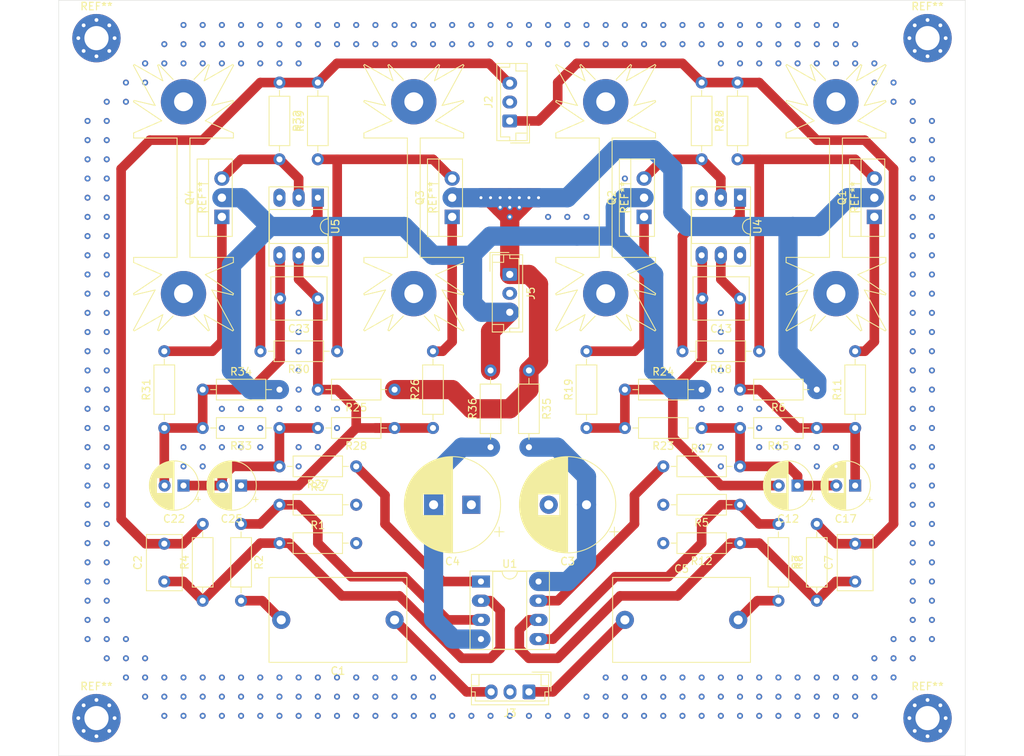
<source format=kicad_pcb>
(kicad_pcb (version 20171130) (host pcbnew 5.1.5+dfsg1-2build2)
  (layers (0 F.Cu signal) (31 B.Cu signal) (34 B.Paste user) (35 F.Paste user) (36 B.SilkS user) (37 F.SilkS user) (38 B.Mask user) (39 F.Mask user) (44 Edge.Cuts user))
  (net 0 "")
  (net 1 "Net-(C1-Pad2)")
  (net 2 "Net-(C1-Pad1)")
  (net 3 "Net-(C2-Pad1)")
  (net 4 GND)
  (net 5 "Net-(C3-Pad1)")
  (net 6 "Net-(C4-Pad2)")
  (net 7 "Net-(C5-Pad1)")
  (net 8 "Net-(C5-Pad2)")
  (net 9 "Net-(C7-Pad1)")
  (net 10 +15V)
  (net 11 "Net-(C12-Pad1)")
  (net 12 "Net-(C12-Pad2)")
  (net 13 "Net-(C13-Pad1)")
  (net 14 "Net-(C22-Pad1)")
  (net 15 "Net-(C22-Pad2)")
  (net 16 "Net-(C23-Pad1)")
  (net 17 -15V)
  (net 18 "Net-(Q1-Pad3)")
  (net 19 "Net-(Q1-Pad1)")
  (net 20 "Net-(Q2-Pad3)")
  (net 21 "Net-(Q2-Pad1)")
  (net 22 "Net-(Q3-Pad3)")
  (net 23 "Net-(Q3-Pad1)")
  (net 24 "Net-(Q4-Pad1)")
  (net 25 "Net-(Q4-Pad3)")
  (net 26 "Net-(R27-Pad1)")
  (net 27 "Net-(R17-Pad1)")
  (net 28 "Net-(R18-Pad2)")
  (net 29 "Net-(U4-Pad3)")
  (net 30 "Net-(U4-Pad6)")
  (net 31 "Net-(U5-Pad6)")
  (net 32 "Net-(U5-Pad3)")
  (net 33 "Net-(R30-Pad2)")
  (net 34 RIGHT_OUT)
  (net 35 LEFT_OUT)
  (net 36 "Net-(C26-Pad1)")
  (net 37 "Net-(C27-Pad1)")
  (net 38 "Net-(R2-Pad1)")
  (net 39 "Net-(R5-Pad1)")
  (module MountingHole:MountingHole_3.2mm_M3_Pad_Via (layer F.Cu) (at 195 140)
    (fp_text reference REF** (at 0 -4.2) (layer F.SilkS))
    (fp_text value MountingHole_3.2mm_M3_Pad_Via)
    (pad 1 thru_hole circle (at 1.697056 -1.697056) (size 0.8 0.8) (drill 0.5) (layers *.Cu *.Mask))
    (pad 1 thru_hole circle (at 0 -2.4) (size 0.8 0.8) (drill 0.5) (layers *.Cu *.Mask))
    (pad 1 thru_hole circle (at -1.697056 -1.697056) (size 0.8 0.8) (drill 0.5) (layers *.Cu *.Mask))
    (pad 1 thru_hole circle (at -2.4 0) (size 0.8 0.8) (drill 0.5) (layers *.Cu *.Mask))
    (pad 1 thru_hole circle (at -1.697056 1.697056) (size 0.8 0.8) (drill 0.5) (layers *.Cu *.Mask))
    (pad 1 thru_hole circle (at 0 2.4) (size 0.8 0.8) (drill 0.5) (layers *.Cu *.Mask))
    (pad 1 thru_hole circle (at 1.697056 1.697056) (size 0.8 0.8) (drill 0.5) (layers *.Cu *.Mask))
    (pad 1 thru_hole circle (at 2.4 0) (size 0.8 0.8) (drill 0.5) (layers *.Cu *.Mask))
    (pad 1 thru_hole circle (at 0 0) (size 6.4 6.4) (drill 3.2) (layers *.Cu *.Mask))
  )
  (module MountingHole:MountingHole_3.2mm_M3_Pad_Via (layer F.Cu) (at 85 140)
    (fp_text reference REF** (at 0 -4.2) (layer F.SilkS))
    (fp_text value MountingHole_3.2mm_M3_Pad_Via)
    (pad 1 thru_hole circle (at 1.697056 -1.697056) (size 0.8 0.8) (drill 0.5) (layers *.Cu *.Mask))
    (pad 1 thru_hole circle (at 0 -2.4) (size 0.8 0.8) (drill 0.5) (layers *.Cu *.Mask))
    (pad 1 thru_hole circle (at -1.697056 -1.697056) (size 0.8 0.8) (drill 0.5) (layers *.Cu *.Mask))
    (pad 1 thru_hole circle (at -2.4 0) (size 0.8 0.8) (drill 0.5) (layers *.Cu *.Mask))
    (pad 1 thru_hole circle (at -1.697056 1.697056) (size 0.8 0.8) (drill 0.5) (layers *.Cu *.Mask))
    (pad 1 thru_hole circle (at 0 2.4) (size 0.8 0.8) (drill 0.5) (layers *.Cu *.Mask))
    (pad 1 thru_hole circle (at 1.697056 1.697056) (size 0.8 0.8) (drill 0.5) (layers *.Cu *.Mask))
    (pad 1 thru_hole circle (at 2.4 0) (size 0.8 0.8) (drill 0.5) (layers *.Cu *.Mask))
    (pad 1 thru_hole circle (at 0 0) (size 6.4 6.4) (drill 3.2) (layers *.Cu *.Mask))
  )
  (module MountingHole:MountingHole_3.2mm_M3_Pad_Via (layer F.Cu) (at 195 50)
    (fp_text reference REF** (at 0 -4.2) (layer F.SilkS))
    (fp_text value MountingHole_3.2mm_M3_Pad_Via)
    (pad 1 thru_hole circle (at 1.697056 -1.697056) (size 0.8 0.8) (drill 0.5) (layers *.Cu *.Mask))
    (pad 1 thru_hole circle (at 0 -2.4) (size 0.8 0.8) (drill 0.5) (layers *.Cu *.Mask))
    (pad 1 thru_hole circle (at -1.697056 -1.697056) (size 0.8 0.8) (drill 0.5) (layers *.Cu *.Mask))
    (pad 1 thru_hole circle (at -2.4 0) (size 0.8 0.8) (drill 0.5) (layers *.Cu *.Mask))
    (pad 1 thru_hole circle (at -1.697056 1.697056) (size 0.8 0.8) (drill 0.5) (layers *.Cu *.Mask))
    (pad 1 thru_hole circle (at 0 2.4) (size 0.8 0.8) (drill 0.5) (layers *.Cu *.Mask))
    (pad 1 thru_hole circle (at 1.697056 1.697056) (size 0.8 0.8) (drill 0.5) (layers *.Cu *.Mask))
    (pad 1 thru_hole circle (at 2.4 0) (size 0.8 0.8) (drill 0.5) (layers *.Cu *.Mask))
    (pad 1 thru_hole circle (at 0 0) (size 6.4 6.4) (drill 3.2) (layers *.Cu *.Mask))
  )
  (module MountingHole:MountingHole_3.2mm_M3_Pad_Via (layer F.Cu) (at 85 50)
    (fp_text reference REF** (at 0 -4.2) (layer F.SilkS))
    (fp_text value MountingHole_3.2mm_M3_Pad_Via)
    (pad 1 thru_hole circle (at 1.697056 -1.697056) (size 0.8 0.8) (drill 0.5) (layers *.Cu *.Mask))
    (pad 1 thru_hole circle (at 0 -2.4) (size 0.8 0.8) (drill 0.5) (layers *.Cu *.Mask))
    (pad 1 thru_hole circle (at -1.697056 -1.697056) (size 0.8 0.8) (drill 0.5) (layers *.Cu *.Mask))
    (pad 1 thru_hole circle (at -2.4 0) (size 0.8 0.8) (drill 0.5) (layers *.Cu *.Mask))
    (pad 1 thru_hole circle (at -1.697056 1.697056) (size 0.8 0.8) (drill 0.5) (layers *.Cu *.Mask))
    (pad 1 thru_hole circle (at 0 2.4) (size 0.8 0.8) (drill 0.5) (layers *.Cu *.Mask))
    (pad 1 thru_hole circle (at 1.697056 1.697056) (size 0.8 0.8) (drill 0.5) (layers *.Cu *.Mask))
    (pad 1 thru_hole circle (at 2.4 0) (size 0.8 0.8) (drill 0.5) (layers *.Cu *.Mask))
    (pad 1 thru_hole circle (at 0 0) (size 6.4 6.4) (drill 3.2) (layers *.Cu *.Mask))
  )
  (module Connector_JST:JST_EH_B3B-EH-A_1x03_P2.50mm_Vertical (layer F.Cu) (at 139.7 81.28 270)
    (fp_text reference J5 (at 2.5 -2.8 90) (layer F.SilkS))
    (fp_text value Conn_01x03)
    (pad 3 thru_hole oval (at 5 0 270) (size 1.7 1.95) (drill 0.95) (layers *.Cu *.Mask) (net 17 -15V))
    (pad 2 thru_hole oval (at 2.5 0 270) (size 1.7 1.95) (drill 0.95) (layers *.Cu *.Mask) (net 4 GND))
    (pad 1 thru_hole roundrect (at 0 0 270) (size 1.7 1.95) (drill 0.95) (layers *.Cu *.Mask) (roundrect_rratio 0.147059) (net 10 +15V))
  )
  (module Connector_JST:JST_EH_B3B-EH-A_1x03_P2.50mm_Vertical (layer F.Cu) (at 142.24 136.525 180)
    (fp_text reference J3 (at 2.5 -2.8) (layer F.SilkS))
    (fp_text value Conn_01x03)
    (pad 3 thru_hole oval (at 5 0 180) (size 1.7 1.95) (drill 0.95) (layers *.Cu *.Mask) (net 2 "Net-(C1-Pad1)"))
    (pad 2 thru_hole oval (at 2.5 0 180) (size 1.7 1.95) (drill 0.95) (layers *.Cu *.Mask) (net 4 GND))
    (pad 1 thru_hole roundrect (at 0 0 180) (size 1.7 1.95) (drill 0.95) (layers *.Cu *.Mask) (roundrect_rratio 0.147059) (net 7 "Net-(C5-Pad1)"))
  )
  (module Connector_JST:JST_EH_B3B-EH-A_1x03_P2.50mm_Vertical (layer F.Cu) (at 139.7 60.96 90)
    (fp_text reference J2 (at 2.5 -2.8 90) (layer F.SilkS))
    (fp_text value Conn_01x03)
    (pad 3 thru_hole oval (at 5 0 90) (size 1.7 1.95) (drill 0.95) (layers *.Cu *.Mask) (net 34 RIGHT_OUT))
    (pad 2 thru_hole oval (at 2.5 0 90) (size 1.7 1.95) (drill 0.95) (layers *.Cu *.Mask) (net 4 GND))
    (pad 1 thru_hole roundrect (at 0 0 90) (size 1.7 1.95) (drill 0.95) (layers *.Cu *.Mask) (roundrect_rratio 0.147059) (net 35 LEFT_OUT))
  )
  (module Package_DIP:DIP-8_W7.62mm_Socket_LongPads (layer F.Cu) (at 135.89 121.92)
    (fp_text reference U1 (at 3.81 -2.33) (layer F.SilkS))
    (fp_text value OPA2604)
    (pad 8 thru_hole oval (at 7.62 0) (size 2.4 1.6) (drill 0.8) (layers *.Cu *.Mask) (net 5 "Net-(C3-Pad1)"))
    (pad 4 thru_hole oval (at 0 7.62) (size 2.4 1.6) (drill 0.8) (layers *.Cu *.Mask) (net 6 "Net-(C4-Pad2)"))
    (pad 7 thru_hole oval (at 7.62 2.54) (size 2.4 1.6) (drill 0.8) (layers *.Cu *.Mask) (net 27 "Net-(R17-Pad1)"))
    (pad 3 thru_hole oval (at 0 5.08) (size 2.4 1.6) (drill 0.8) (layers *.Cu *.Mask) (net 38 "Net-(R2-Pad1)"))
    (pad 6 thru_hole oval (at 7.62 5.08) (size 2.4 1.6) (drill 0.8) (layers *.Cu *.Mask) (net 9 "Net-(C7-Pad1)"))
    (pad 2 thru_hole oval (at 0 2.54) (size 2.4 1.6) (drill 0.8) (layers *.Cu *.Mask) (net 3 "Net-(C2-Pad1)"))
    (pad 5 thru_hole oval (at 7.62 7.62) (size 2.4 1.6) (drill 0.8) (layers *.Cu *.Mask) (net 39 "Net-(R5-Pad1)"))
    (pad 1 thru_hole rect (at 0 0) (size 2.4 1.6) (drill 0.8) (layers *.Cu *.Mask) (net 26 "Net-(R27-Pad1)"))
  )
  (module Heatsink:Heatsink_Fischer_SK104-STC-STIC_35x13mm_2xDrill2.5mm (layer F.Cu) (at 182.88 71.12 270)
    (fp_text reference REF** (at -0.025 -2.5 90) (layer F.SilkS))
    (fp_text value Heatsink_Fischer_SK104-STC-STIC_35x13mm_2xDrill2.5mm)
    (pad 1 thru_hole circle (at -12.7 0 90) (size 6 6) (drill 2.5) (layers *.Cu *.Mask))
    (pad 1 thru_hole circle (at 12.7 0 270) (size 6 6) (drill 2.5) (layers *.Cu *.Mask))
  )
  (module Heatsink:Heatsink_Fischer_SK104-STC-STIC_35x13mm_2xDrill2.5mm (layer F.Cu) (at 152.4 71.12 270)
    (fp_text reference REF** (at -0.025 -2.5 90) (layer F.SilkS))
    (fp_text value Heatsink_Fischer_SK104-STC-STIC_35x13mm_2xDrill2.5mm)
    (pad 1 thru_hole circle (at 12.7 0 270) (size 6 6) (drill 2.5) (layers *.Cu *.Mask))
    (pad 1 thru_hole circle (at -12.7 0 90) (size 6 6) (drill 2.5) (layers *.Cu *.Mask))
  )
  (module Heatsink:Heatsink_Fischer_SK104-STC-STIC_35x13mm_2xDrill2.5mm (layer F.Cu) (at 127 71.12 270)
    (fp_text reference REF** (at -0.025 -2.5 90) (layer F.SilkS))
    (fp_text value Heatsink_Fischer_SK104-STC-STIC_35x13mm_2xDrill2.5mm)
    (pad 1 thru_hole circle (at 12.7 0 270) (size 6 6) (drill 2.5) (layers *.Cu *.Mask))
    (pad 1 thru_hole circle (at -12.7 0 90) (size 6 6) (drill 2.5) (layers *.Cu *.Mask))
  )
  (module Heatsink:Heatsink_Fischer_SK104-STC-STIC_35x13mm_2xDrill2.5mm (layer F.Cu) (at 96.52 71.12 270)
    (fp_text reference REF** (at -0.025 -2.5 90) (layer F.SilkS))
    (fp_text value Heatsink_Fischer_SK104-STC-STIC_35x13mm_2xDrill2.5mm)
    (pad 1 thru_hole circle (at -12.7 0 90) (size 6 6) (drill 2.5) (layers *.Cu *.Mask))
    (pad 1 thru_hole circle (at 12.7 0 270) (size 6 6) (drill 2.5) (layers *.Cu *.Mask))
  )
  (module Resistor_THT:R_Axial_DIN0207_L6.3mm_D2.5mm_P10.16mm_Horizontal (layer F.Cu) (at 99.06 96.52)
    (fp_text reference R34 (at 5.08 -2.37) (layer F.SilkS))
    (fp_text value 10K)
    (pad 2 thru_hole oval (at 10.16 0) (size 1.6 1.6) (drill 0.8) (layers *.Cu *.Mask) (net 17 -15V))
    (pad 1 thru_hole circle (at 0 0) (size 1.6 1.6) (drill 0.8) (layers *.Cu *.Mask) (net 15 "Net-(C22-Pad2)"))
  )
  (module Resistor_THT:R_Axial_DIN0207_L6.3mm_D2.5mm_P10.16mm_Horizontal (layer F.Cu) (at 109.22 101.6 180)
    (fp_text reference R33 (at 5.08 -2.37) (layer F.SilkS))
    (fp_text value 10K)
    (pad 2 thru_hole oval (at 10.16 0 180) (size 1.6 1.6) (drill 0.8) (layers *.Cu *.Mask) (net 15 "Net-(C22-Pad2)"))
    (pad 1 thru_hole circle (at 0 0 180) (size 1.6 1.6) (drill 0.8) (layers *.Cu *.Mask) (net 14 "Net-(C22-Pad1)"))
  )
  (module Resistor_THT:R_Axial_DIN0207_L6.3mm_D2.5mm_P10.16mm_Horizontal (layer F.Cu) (at 124.46 101.6 180)
    (fp_text reference R28 (at 5.08 -2.37) (layer F.SilkS))
    (fp_text value 10K)
    (pad 2 thru_hole oval (at 10.16 0 180) (size 1.6 1.6) (drill 0.8) (layers *.Cu *.Mask) (net 14 "Net-(C22-Pad1)"))
    (pad 1 thru_hole circle (at 0 0 180) (size 1.6 1.6) (drill 0.8) (layers *.Cu *.Mask) (net 16 "Net-(C23-Pad1)"))
  )
  (module Resistor_THT:R_Axial_DIN0207_L6.3mm_D2.5mm_P10.16mm_Horizontal (layer F.Cu) (at 124.46 96.52 180)
    (fp_text reference R25 (at 5.08 -2.37) (layer F.SilkS))
    (fp_text value 10K)
    (pad 2 thru_hole oval (at 10.16 0 180) (size 1.6 1.6) (drill 0.8) (layers *.Cu *.Mask) (net 16 "Net-(C23-Pad1)"))
    (pad 1 thru_hole circle (at 0 0 180) (size 1.6 1.6) (drill 0.8) (layers *.Cu *.Mask) (net 10 +15V))
  )
  (module Resistor_THT:R_Axial_DIN0207_L6.3mm_D2.5mm_P10.16mm_Horizontal (layer F.Cu) (at 154.94 96.52)
    (fp_text reference R24 (at 5.08 -2.37) (layer F.SilkS))
    (fp_text value 10K)
    (pad 1 thru_hole circle (at 0 0) (size 1.6 1.6) (drill 0.8) (layers *.Cu *.Mask) (net 12 "Net-(C12-Pad2)"))
    (pad 2 thru_hole oval (at 10.16 0) (size 1.6 1.6) (drill 0.8) (layers *.Cu *.Mask) (net 17 -15V))
  )
  (module Resistor_THT:R_Axial_DIN0207_L6.3mm_D2.5mm_P10.16mm_Horizontal (layer F.Cu) (at 165.1 101.6 180)
    (fp_text reference R23 (at 5.08 -2.37) (layer F.SilkS))
    (fp_text value 10K)
    (pad 2 thru_hole oval (at 10.16 0 180) (size 1.6 1.6) (drill 0.8) (layers *.Cu *.Mask) (net 12 "Net-(C12-Pad2)"))
    (pad 1 thru_hole circle (at 0 0 180) (size 1.6 1.6) (drill 0.8) (layers *.Cu *.Mask) (net 11 "Net-(C12-Pad1)"))
  )
  (module Resistor_THT:R_Axial_DIN0207_L6.3mm_D2.5mm_P10.16mm_Horizontal (layer F.Cu) (at 180.34 101.6 180)
    (fp_text reference R15 (at 5.08 -2.37) (layer F.SilkS))
    (fp_text value 10K)
    (pad 2 thru_hole oval (at 10.16 0 180) (size 1.6 1.6) (drill 0.8) (layers *.Cu *.Mask) (net 11 "Net-(C12-Pad1)"))
    (pad 1 thru_hole circle (at 0 0 180) (size 1.6 1.6) (drill 0.8) (layers *.Cu *.Mask) (net 13 "Net-(C13-Pad1)"))
  )
  (module Resistor_THT:R_Axial_DIN0207_L6.3mm_D2.5mm_P10.16mm_Horizontal (layer F.Cu) (at 180.34 96.52 180)
    (fp_text reference R6 (at 5.08 -2.37) (layer F.SilkS))
    (fp_text value 10K)
    (pad 2 thru_hole oval (at 10.16 0 180) (size 1.6 1.6) (drill 0.8) (layers *.Cu *.Mask) (net 13 "Net-(C13-Pad1)"))
    (pad 1 thru_hole circle (at 0 0 180) (size 1.6 1.6) (drill 0.8) (layers *.Cu *.Mask) (net 10 +15V))
  )
  (module Capacitor_THT:C_Rect_L18.0mm_W11.0mm_P15.00mm_FKS3_FKP3 (layer F.Cu) (at 124.46 127 180)
    (fp_text reference C1 (at 7.5 -6.75) (layer F.SilkS))
    (fp_text value "1uF PP")
    (pad 2 thru_hole circle (at 15 0 180) (size 2.4 2.4) (drill 1.2) (layers *.Cu *.Mask) (net 1 "Net-(C1-Pad2)"))
    (pad 1 thru_hole circle (at 0 0 180) (size 2.4 2.4) (drill 1.2) (layers *.Cu *.Mask) (net 2 "Net-(C1-Pad1)"))
  )
  (module Capacitor_THT:C_Rect_L7.2mm_W4.5mm_P5.00mm_FKS2_FKP2_MKS2_MKP2 (layer F.Cu) (at 93.98 121.92 90)
    (fp_text reference C2 (at 2.5 -3.5 90) (layer F.SilkS))
    (fp_text value 100pF)
    (pad 1 thru_hole circle (at 0 0 90) (size 1.6 1.6) (drill 0.8) (layers *.Cu *.Mask) (net 3 "Net-(C2-Pad1)"))
    (pad 2 thru_hole circle (at 5 0 90) (size 1.6 1.6) (drill 0.8) (layers *.Cu *.Mask) (net 34 RIGHT_OUT))
  )
  (module Capacitor_THT:CP_Radial_D12.5mm_P5.00mm (layer F.Cu) (at 149.86 111.76 180)
    (fp_text reference C3 (at 2.5 -7.5) (layer F.SilkS))
    (fp_text value 220uF/50V)
    (pad 2 thru_hole circle (at 5 0 180) (size 2.4 2.4) (drill 1.2) (layers *.Cu *.Mask) (net 4 GND))
    (pad 1 thru_hole rect (at 0 0 180) (size 2.4 2.4) (drill 1.2) (layers *.Cu *.Mask) (net 5 "Net-(C3-Pad1)"))
  )
  (module Capacitor_THT:CP_Radial_D12.5mm_P5.00mm (layer F.Cu) (at 134.62 111.76 180)
    (fp_text reference C4 (at 2.5 -7.5) (layer F.SilkS))
    (fp_text value 220uF/50V)
    (pad 1 thru_hole rect (at 0 0 180) (size 2.4 2.4) (drill 1.2) (layers *.Cu *.Mask) (net 4 GND))
    (pad 2 thru_hole circle (at 5 0 180) (size 2.4 2.4) (drill 1.2) (layers *.Cu *.Mask) (net 6 "Net-(C4-Pad2)"))
  )
  (module Capacitor_THT:C_Rect_L18.0mm_W11.0mm_P15.00mm_FKS3_FKP3 (layer F.Cu) (at 154.94 127)
    (fp_text reference C5 (at 7.5 -6.75) (layer F.SilkS))
    (fp_text value "1uF PP")
    (pad 1 thru_hole circle (at 0 0) (size 2.4 2.4) (drill 1.2) (layers *.Cu *.Mask) (net 7 "Net-(C5-Pad1)"))
    (pad 2 thru_hole circle (at 15 0) (size 2.4 2.4) (drill 1.2) (layers *.Cu *.Mask) (net 8 "Net-(C5-Pad2)"))
  )
  (module Capacitor_THT:C_Rect_L7.2mm_W4.5mm_P5.00mm_FKS2_FKP2_MKS2_MKP2 (layer F.Cu) (at 185.42 121.92 90)
    (fp_text reference C7 (at 2.5 -3.5 90) (layer F.SilkS))
    (fp_text value 100pF)
    (pad 2 thru_hole circle (at 5 0 90) (size 1.6 1.6) (drill 0.8) (layers *.Cu *.Mask) (net 35 LEFT_OUT))
    (pad 1 thru_hole circle (at 0 0 90) (size 1.6 1.6) (drill 0.8) (layers *.Cu *.Mask) (net 9 "Net-(C7-Pad1)"))
  )
  (module Capacitor_THT:CP_Radial_D6.3mm_P2.50mm (layer F.Cu) (at 177.8 109.22 180)
    (fp_text reference C12 (at 1.25 -4.4) (layer F.SilkS))
    (fp_text value 22uF/25V)
    (pad 1 thru_hole rect (at 0 0 180) (size 1.6 1.6) (drill 0.8) (layers *.Cu *.Mask) (net 11 "Net-(C12-Pad1)"))
    (pad 2 thru_hole circle (at 2.5 0 180) (size 1.6 1.6) (drill 0.8) (layers *.Cu *.Mask) (net 12 "Net-(C12-Pad2)"))
  )
  (module Capacitor_THT:C_Rect_L7.2mm_W5.5mm_P5.00mm_FKS2_FKP2_MKS2_MKP2 (layer F.Cu) (at 170.18 84.455 180)
    (fp_text reference C13 (at 2.5 -4) (layer F.SilkS))
    (fp_text value 0.1uF)
    (pad 1 thru_hole circle (at 0 0 180) (size 1.6 1.6) (drill 0.8) (layers *.Cu *.Mask) (net 13 "Net-(C13-Pad1)"))
    (pad 2 thru_hole circle (at 5 0 180) (size 1.6 1.6) (drill 0.8) (layers *.Cu *.Mask) (net 12 "Net-(C12-Pad2)"))
  )
  (module Capacitor_THT:CP_Radial_D6.3mm_P2.50mm (layer F.Cu) (at 185.42 109.22 180)
    (fp_text reference C17 (at 1.25 -4.4) (layer F.SilkS))
    (fp_text value 22uF/25V)
    (pad 2 thru_hole circle (at 2.5 0 180) (size 1.6 1.6) (drill 0.8) (layers *.Cu *.Mask) (net 11 "Net-(C12-Pad1)"))
    (pad 1 thru_hole rect (at 0 0 180) (size 1.6 1.6) (drill 0.8) (layers *.Cu *.Mask) (net 13 "Net-(C13-Pad1)"))
  )
  (module Capacitor_THT:CP_Radial_D6.3mm_P2.50mm (layer F.Cu) (at 96.52 109.22 180)
    (fp_text reference C22 (at 1.25 -4.4) (layer F.SilkS))
    (fp_text value 22uF/25V)
    (pad 1 thru_hole rect (at 0 0 180) (size 1.6 1.6) (drill 0.8) (layers *.Cu *.Mask) (net 14 "Net-(C22-Pad1)"))
    (pad 2 thru_hole circle (at 2.5 0 180) (size 1.6 1.6) (drill 0.8) (layers *.Cu *.Mask) (net 15 "Net-(C22-Pad2)"))
  )
  (module Capacitor_THT:C_Rect_L7.2mm_W5.5mm_P5.00mm_FKS2_FKP2_MKS2_MKP2 (layer F.Cu) (at 114.3 84.455 180)
    (fp_text reference C23 (at 2.5 -4) (layer F.SilkS))
    (fp_text value 0.1uF)
    (pad 2 thru_hole circle (at 5 0 180) (size 1.6 1.6) (drill 0.8) (layers *.Cu *.Mask) (net 15 "Net-(C22-Pad2)"))
    (pad 1 thru_hole circle (at 0 0 180) (size 1.6 1.6) (drill 0.8) (layers *.Cu *.Mask) (net 16 "Net-(C23-Pad1)"))
  )
  (module Capacitor_THT:CP_Radial_D6.3mm_P2.50mm (layer F.Cu) (at 104.14 109.22 180)
    (fp_text reference C25 (at 1.25 -4.4) (layer F.SilkS))
    (fp_text value 22uF/25V)
    (pad 2 thru_hole circle (at 2.5 0 180) (size 1.6 1.6) (drill 0.8) (layers *.Cu *.Mask) (net 14 "Net-(C22-Pad1)"))
    (pad 1 thru_hole rect (at 0 0 180) (size 1.6 1.6) (drill 0.8) (layers *.Cu *.Mask) (net 16 "Net-(C23-Pad1)"))
  )
  (module Package_TO_SOT_THT:TO-220-3_Vertical (layer F.Cu) (at 187.96 73.66 90)
    (fp_text reference Q1 (at 2.54 -4.27 90) (layer F.SilkS))
    (fp_text value 2SK2013)
    (pad 3 thru_hole oval (at 5.08 0 90) (size 1.905 2) (drill 1.1) (layers *.Cu *.Mask) (net 18 "Net-(Q1-Pad3)"))
    (pad 2 thru_hole oval (at 2.54 0 90) (size 1.905 2) (drill 1.1) (layers *.Cu *.Mask) (net 10 +15V))
    (pad 1 thru_hole rect (at 0 0 90) (size 1.905 2) (drill 1.1) (layers *.Cu *.Mask) (net 19 "Net-(Q1-Pad1)"))
  )
  (module Package_TO_SOT_THT:TO-220-3_Vertical (layer F.Cu) (at 157.48 73.66 90)
    (fp_text reference Q2 (at 2.54 -4.27 90) (layer F.SilkS))
    (fp_text value 2SJ313)
    (pad 3 thru_hole oval (at 5.08 0 90) (size 1.905 2) (drill 1.1) (layers *.Cu *.Mask) (net 20 "Net-(Q2-Pad3)"))
    (pad 2 thru_hole oval (at 2.54 0 90) (size 1.905 2) (drill 1.1) (layers *.Cu *.Mask) (net 17 -15V))
    (pad 1 thru_hole rect (at 0 0 90) (size 1.905 2) (drill 1.1) (layers *.Cu *.Mask) (net 21 "Net-(Q2-Pad1)"))
  )
  (module Package_TO_SOT_THT:TO-220-3_Vertical (layer F.Cu) (at 132.08 73.66 90)
    (fp_text reference Q3 (at 2.54 -4.27 90) (layer F.SilkS))
    (fp_text value 2SK2013)
    (pad 3 thru_hole oval (at 5.08 0 90) (size 1.905 2) (drill 1.1) (layers *.Cu *.Mask) (net 22 "Net-(Q3-Pad3)"))
    (pad 2 thru_hole oval (at 2.54 0 90) (size 1.905 2) (drill 1.1) (layers *.Cu *.Mask) (net 10 +15V))
    (pad 1 thru_hole rect (at 0 0 90) (size 1.905 2) (drill 1.1) (layers *.Cu *.Mask) (net 23 "Net-(Q3-Pad1)"))
  )
  (module Package_TO_SOT_THT:TO-220-3_Vertical (layer F.Cu) (at 101.6 73.66 90)
    (fp_text reference Q4 (at 2.54 -4.27 90) (layer F.SilkS))
    (fp_text value 2SJ313)
    (pad 1 thru_hole rect (at 0 0 90) (size 1.905 2) (drill 1.1) (layers *.Cu *.Mask) (net 24 "Net-(Q4-Pad1)"))
    (pad 2 thru_hole oval (at 2.54 0 90) (size 1.905 2) (drill 1.1) (layers *.Cu *.Mask) (net 17 -15V))
    (pad 3 thru_hole oval (at 5.08 0 90) (size 1.905 2) (drill 1.1) (layers *.Cu *.Mask) (net 25 "Net-(Q4-Pad3)"))
  )
  (module Resistor_THT:R_Axial_DIN0207_L6.3mm_D2.5mm_P10.16mm_Horizontal (layer F.Cu) (at 109.22 111.76)
    (fp_text reference R3 (at 5.08 -2.37) (layer F.SilkS))
    (fp_text value 100K)
    (pad 2 thru_hole oval (at 10.16 0) (size 1.6 1.6) (drill 0.8) (layers *.Cu *.Mask) (net 4 GND))
    (pad 1 thru_hole circle (at 0 0) (size 1.6 1.6) (drill 0.8) (layers *.Cu *.Mask) (net 38 "Net-(R2-Pad1)"))
  )
  (module Resistor_THT:R_Axial_DIN0207_L6.3mm_D2.5mm_P10.16mm_Horizontal (layer F.Cu) (at 170.18 111.76 180)
    (fp_text reference R5 (at 5.08 -2.37) (layer F.SilkS))
    (fp_text value 100K)
    (pad 1 thru_hole circle (at 0 0 180) (size 1.6 1.6) (drill 0.8) (layers *.Cu *.Mask) (net 39 "Net-(R5-Pad1)"))
    (pad 2 thru_hole oval (at 10.16 0 180) (size 1.6 1.6) (drill 0.8) (layers *.Cu *.Mask) (net 4 GND))
  )
  (module Package_DIP:DIP-6_W7.62mm_Socket_LongPads (layer F.Cu) (at 170.18 71.12 270)
    (fp_text reference U4 (at 3.81 -2.33 90) (layer F.SilkS))
    (fp_text value 4N35)
    (pad 1 thru_hole rect (at 0 0 270) (size 2.4 1.6) (drill 0.8) (layers *.Cu *.Mask) (net 28 "Net-(R18-Pad2)"))
    (pad 4 thru_hole oval (at 7.62 5.08 270) (size 2.4 1.6) (drill 0.8) (layers *.Cu *.Mask) (net 12 "Net-(C12-Pad2)"))
    (pad 2 thru_hole oval (at 0 2.54 270) (size 2.4 1.6) (drill 0.8) (layers *.Cu *.Mask) (net 20 "Net-(Q2-Pad3)"))
    (pad 5 thru_hole oval (at 7.62 2.54 270) (size 2.4 1.6) (drill 0.8) (layers *.Cu *.Mask) (net 13 "Net-(C13-Pad1)"))
    (pad 3 thru_hole oval (at 0 5.08 270) (size 2.4 1.6) (drill 0.8) (layers *.Cu *.Mask) (net 29 "Net-(U4-Pad3)"))
    (pad 6 thru_hole oval (at 7.62 0 270) (size 2.4 1.6) (drill 0.8) (layers *.Cu *.Mask) (net 30 "Net-(U4-Pad6)"))
  )
  (module Package_DIP:DIP-6_W7.62mm_Socket_LongPads (layer F.Cu) (at 114.3 71.12 270)
    (fp_text reference U5 (at 3.81 -2.33 90) (layer F.SilkS))
    (fp_text value 4N35)
    (pad 6 thru_hole oval (at 7.62 0 270) (size 2.4 1.6) (drill 0.8) (layers *.Cu *.Mask) (net 31 "Net-(U5-Pad6)"))
    (pad 3 thru_hole oval (at 0 5.08 270) (size 2.4 1.6) (drill 0.8) (layers *.Cu *.Mask) (net 32 "Net-(U5-Pad3)"))
    (pad 5 thru_hole oval (at 7.62 2.54 270) (size 2.4 1.6) (drill 0.8) (layers *.Cu *.Mask) (net 16 "Net-(C23-Pad1)"))
    (pad 2 thru_hole oval (at 0 2.54 270) (size 2.4 1.6) (drill 0.8) (layers *.Cu *.Mask) (net 25 "Net-(Q4-Pad3)"))
    (pad 4 thru_hole oval (at 7.62 5.08 270) (size 2.4 1.6) (drill 0.8) (layers *.Cu *.Mask) (net 15 "Net-(C22-Pad2)"))
    (pad 1 thru_hole rect (at 0 0 270) (size 2.4 1.6) (drill 0.8) (layers *.Cu *.Mask) (net 33 "Net-(R30-Pad2)"))
  )
  (module Resistor_THT:R_Axial_DIN0207_L6.3mm_D2.5mm_P10.16mm_Horizontal (layer F.Cu) (at 109.22 116.84)
    (fp_text reference R1 (at 5.08 -2.37) (layer F.SilkS))
    (fp_text value 1K)
    (pad 1 thru_hole circle (at 0 0) (size 1.6 1.6) (drill 0.8) (layers *.Cu *.Mask) (net 3 "Net-(C2-Pad1)"))
    (pad 2 thru_hole oval (at 10.16 0) (size 1.6 1.6) (drill 0.8) (layers *.Cu *.Mask) (net 37 "Net-(C27-Pad1)"))
  )
  (module Resistor_THT:R_Axial_DIN0207_L6.3mm_D2.5mm_P10.16mm_Horizontal (layer F.Cu) (at 104.14 114.3 270)
    (fp_text reference R2 (at 5.08 -2.37 90) (layer F.SilkS))
    (fp_text value 1K)
    (pad 1 thru_hole circle (at 0 0 270) (size 1.6 1.6) (drill 0.8) (layers *.Cu *.Mask) (net 38 "Net-(R2-Pad1)"))
    (pad 2 thru_hole oval (at 10.16 0 270) (size 1.6 1.6) (drill 0.8) (layers *.Cu *.Mask) (net 1 "Net-(C1-Pad2)"))
  )
  (module Resistor_THT:R_Axial_DIN0207_L6.3mm_D2.5mm_P10.16mm_Horizontal (layer F.Cu) (at 99.06 124.46 90)
    (fp_text reference R4 (at 5.08 -2.37 90) (layer F.SilkS))
    (fp_text value 4K75)
    (pad 1 thru_hole circle (at 0 0 90) (size 1.6 1.6) (drill 0.8) (layers *.Cu *.Mask) (net 3 "Net-(C2-Pad1)"))
    (pad 2 thru_hole oval (at 10.16 0 90) (size 1.6 1.6) (drill 0.8) (layers *.Cu *.Mask) (net 34 RIGHT_OUT))
  )
  (module Resistor_THT:R_Axial_DIN0207_L6.3mm_D2.5mm_P10.16mm_Horizontal (layer F.Cu) (at 175.26 114.3 270)
    (fp_text reference R7 (at 5.08 -2.37 90) (layer F.SilkS))
    (fp_text value 1K)
    (pad 1 thru_hole circle (at 0 0 270) (size 1.6 1.6) (drill 0.8) (layers *.Cu *.Mask) (net 39 "Net-(R5-Pad1)"))
    (pad 2 thru_hole oval (at 10.16 0 270) (size 1.6 1.6) (drill 0.8) (layers *.Cu *.Mask) (net 8 "Net-(C5-Pad2)"))
  )
  (module Resistor_THT:R_Axial_DIN0207_L6.3mm_D2.5mm_P10.16mm_Horizontal (layer F.Cu) (at 180.34 124.46 90)
    (fp_text reference R8 (at 5.08 -2.37 90) (layer F.SilkS))
    (fp_text value 4K75)
    (pad 2 thru_hole oval (at 10.16 0 90) (size 1.6 1.6) (drill 0.8) (layers *.Cu *.Mask) (net 35 LEFT_OUT))
    (pad 1 thru_hole circle (at 0 0 90) (size 1.6 1.6) (drill 0.8) (layers *.Cu *.Mask) (net 9 "Net-(C7-Pad1)"))
  )
  (module Resistor_THT:R_Axial_DIN0207_L6.3mm_D2.5mm_P10.16mm_Horizontal (layer F.Cu) (at 185.42 101.6 90)
    (fp_text reference R11 (at 5.08 -2.37 90) (layer F.SilkS))
    (fp_text value 499)
    (pad 2 thru_hole oval (at 10.16 0 90) (size 1.6 1.6) (drill 0.8) (layers *.Cu *.Mask) (net 19 "Net-(Q1-Pad1)"))
    (pad 1 thru_hole circle (at 0 0 90) (size 1.6 1.6) (drill 0.8) (layers *.Cu *.Mask) (net 13 "Net-(C13-Pad1)"))
  )
  (module Resistor_THT:R_Axial_DIN0207_L6.3mm_D2.5mm_P10.16mm_Horizontal (layer F.Cu) (at 170.18 116.84 180)
    (fp_text reference R12 (at 5.08 -2.37) (layer F.SilkS))
    (fp_text value 1K)
    (pad 2 thru_hole oval (at 10.16 0 180) (size 1.6 1.6) (drill 0.8) (layers *.Cu *.Mask) (net 36 "Net-(C26-Pad1)"))
    (pad 1 thru_hole circle (at 0 0 180) (size 1.6 1.6) (drill 0.8) (layers *.Cu *.Mask) (net 9 "Net-(C7-Pad1)"))
  )
  (module Resistor_THT:R_Axial_DIN0207_L6.3mm_D2.5mm_P10.16mm_Horizontal (layer F.Cu) (at 169.8498 66.04 90)
    (fp_text reference R16 (at 5.08 -2.37 90) (layer F.SilkS))
    (fp_text value 10)
    (pad 2 thru_hole oval (at 10.16 0 90) (size 1.6 1.6) (drill 0.8) (layers *.Cu *.Mask) (net 35 LEFT_OUT))
    (pad 1 thru_hole circle (at 0 0 90) (size 1.6 1.6) (drill 0.8) (layers *.Cu *.Mask) (net 18 "Net-(Q1-Pad3)"))
  )
  (module Resistor_THT:R_Axial_DIN0207_L6.3mm_D2.5mm_P10.16mm_Horizontal (layer F.Cu) (at 160.02 106.68)
    (fp_text reference R17 (at 5.08 -2.37) (layer F.SilkS))
    (fp_text value 47)
    (pad 1 thru_hole circle (at 0 0) (size 1.6 1.6) (drill 0.8) (layers *.Cu *.Mask) (net 27 "Net-(R17-Pad1)"))
    (pad 2 thru_hole oval (at 10.16 0) (size 1.6 1.6) (drill 0.8) (layers *.Cu *.Mask) (net 11 "Net-(C12-Pad1)"))
  )
  (module Resistor_THT:R_Axial_DIN0207_L6.3mm_D2.5mm_P10.16mm_Horizontal (layer F.Cu) (at 172.72 91.44 180)
    (fp_text reference R18 (at 5.08 -2.37) (layer F.SilkS))
    (fp_text value 100)
    (pad 2 thru_hole oval (at 10.16 0 180) (size 1.6 1.6) (drill 0.8) (layers *.Cu *.Mask) (net 28 "Net-(R18-Pad2)"))
    (pad 1 thru_hole circle (at 0 0 180) (size 1.6 1.6) (drill 0.8) (layers *.Cu *.Mask) (net 18 "Net-(Q1-Pad3)"))
  )
  (module Resistor_THT:R_Axial_DIN0207_L6.3mm_D2.5mm_P10.16mm_Horizontal (layer F.Cu) (at 149.86 101.6 90)
    (fp_text reference R19 (at 5.08 -2.37 90) (layer F.SilkS))
    (fp_text value 499)
    (pad 1 thru_hole circle (at 0 0 90) (size 1.6 1.6) (drill 0.8) (layers *.Cu *.Mask) (net 12 "Net-(C12-Pad2)"))
    (pad 2 thru_hole oval (at 10.16 0 90) (size 1.6 1.6) (drill 0.8) (layers *.Cu *.Mask) (net 21 "Net-(Q2-Pad1)"))
  )
  (module Resistor_THT:R_Axial_DIN0207_L6.3mm_D2.5mm_P10.16mm_Horizontal (layer F.Cu) (at 165.1 55.88 270)
    (fp_text reference R22 (at 5.08 -2.37 90) (layer F.SilkS))
    (fp_text value 10)
    (pad 1 thru_hole circle (at 0 0 270) (size 1.6 1.6) (drill 0.8) (layers *.Cu *.Mask) (net 35 LEFT_OUT))
    (pad 2 thru_hole oval (at 10.16 0 270) (size 1.6 1.6) (drill 0.8) (layers *.Cu *.Mask) (net 20 "Net-(Q2-Pad3)"))
  )
  (module Resistor_THT:R_Axial_DIN0207_L6.3mm_D2.5mm_P10.16mm_Horizontal (layer F.Cu) (at 129.54 101.6 90)
    (fp_text reference R26 (at 5.08 -2.37 90) (layer F.SilkS))
    (fp_text value 499)
    (pad 2 thru_hole oval (at 10.16 0 90) (size 1.6 1.6) (drill 0.8) (layers *.Cu *.Mask) (net 23 "Net-(Q3-Pad1)"))
    (pad 1 thru_hole circle (at 0 0 90) (size 1.6 1.6) (drill 0.8) (layers *.Cu *.Mask) (net 16 "Net-(C23-Pad1)"))
  )
  (module Resistor_THT:R_Axial_DIN0207_L6.3mm_D2.5mm_P10.16mm_Horizontal (layer F.Cu) (at 119.38 106.68 180)
    (fp_text reference R27 (at 5.08 -2.37) (layer F.SilkS))
    (fp_text value 47)
    (pad 2 thru_hole oval (at 10.16 0 180) (size 1.6 1.6) (drill 0.8) (layers *.Cu *.Mask) (net 14 "Net-(C22-Pad1)"))
    (pad 1 thru_hole circle (at 0 0 180) (size 1.6 1.6) (drill 0.8) (layers *.Cu *.Mask) (net 26 "Net-(R27-Pad1)"))
  )
  (module Resistor_THT:R_Axial_DIN0207_L6.3mm_D2.5mm_P10.16mm_Horizontal (layer F.Cu) (at 114.3 66.04 90)
    (fp_text reference R29 (at 5.08 -2.37 90) (layer F.SilkS))
    (fp_text value 10)
    (pad 2 thru_hole oval (at 10.16 0 90) (size 1.6 1.6) (drill 0.8) (layers *.Cu *.Mask) (net 34 RIGHT_OUT))
    (pad 1 thru_hole circle (at 0 0 90) (size 1.6 1.6) (drill 0.8) (layers *.Cu *.Mask) (net 22 "Net-(Q3-Pad3)"))
  )
  (module Resistor_THT:R_Axial_DIN0207_L6.3mm_D2.5mm_P10.16mm_Horizontal (layer F.Cu) (at 116.8654 91.44 180)
    (fp_text reference R30 (at 5.08 -2.37) (layer F.SilkS))
    (fp_text value 100)
    (pad 2 thru_hole oval (at 10.16 0 180) (size 1.6 1.6) (drill 0.8) (layers *.Cu *.Mask) (net 33 "Net-(R30-Pad2)"))
    (pad 1 thru_hole circle (at 0 0 180) (size 1.6 1.6) (drill 0.8) (layers *.Cu *.Mask) (net 22 "Net-(Q3-Pad3)"))
  )
  (module Resistor_THT:R_Axial_DIN0207_L6.3mm_D2.5mm_P10.16mm_Horizontal (layer F.Cu) (at 93.98 101.6 90)
    (fp_text reference R31 (at 5.08 -2.37 90) (layer F.SilkS))
    (fp_text value 499)
    (pad 1 thru_hole circle (at 0 0 90) (size 1.6 1.6) (drill 0.8) (layers *.Cu *.Mask) (net 15 "Net-(C22-Pad2)"))
    (pad 2 thru_hole oval (at 10.16 0 90) (size 1.6 1.6) (drill 0.8) (layers *.Cu *.Mask) (net 24 "Net-(Q4-Pad1)"))
  )
  (module Resistor_THT:R_Axial_DIN0207_L6.3mm_D2.5mm_P10.16mm_Horizontal (layer F.Cu) (at 109.22 55.88 270)
    (fp_text reference R32 (at 5.08 -2.37 90) (layer F.SilkS))
    (fp_text value 10)
    (pad 1 thru_hole circle (at 0 0 270) (size 1.6 1.6) (drill 0.8) (layers *.Cu *.Mask) (net 34 RIGHT_OUT))
    (pad 2 thru_hole oval (at 10.16 0 270) (size 1.6 1.6) (drill 0.8) (layers *.Cu *.Mask) (net 25 "Net-(Q4-Pad3)"))
  )
  (module Resistor_THT:R_Axial_DIN0207_L6.3mm_D2.5mm_P10.16mm_Horizontal (layer F.Cu) (at 142.24 93.98 270)
    (fp_text reference R35 (at 5.08 -2.37 90) (layer F.SilkS))
    (fp_text value 47R)
    (pad 1 thru_hole circle (at 0 0 270) (size 1.6 1.6) (drill 0.8) (layers *.Cu *.Mask) (net 10 +15V))
    (pad 2 thru_hole oval (at 10.16 0 270) (size 1.6 1.6) (drill 0.8) (layers *.Cu *.Mask) (net 5 "Net-(C3-Pad1)"))
  )
  (module Resistor_THT:R_Axial_DIN0207_L6.3mm_D2.5mm_P10.16mm_Horizontal (layer F.Cu) (at 137.16 104.14 90)
    (fp_text reference R36 (at 5.08 -2.37 90) (layer F.SilkS))
    (fp_text value 47R)
    (pad 2 thru_hole oval (at 10.16 0 90) (size 1.6 1.6) (drill 0.8) (layers *.Cu *.Mask) (net 17 -15V))
    (pad 1 thru_hole circle (at 0 0 90) (size 1.6 1.6) (drill 0.8) (layers *.Cu *.Mask) (net 6 "Net-(C4-Pad2)"))
  )
  (gr_line (start 80 145) (end 80 45) (layer Edge.Cuts) (width 0.05))
  (gr_line (start 200 145) (end 80 145) (layer Edge.Cuts) (width 0.05))
  (gr_line (start 200 45) (end 200 145) (layer Edge.Cuts) (width 0.05))
  (gr_line (start 80 45) (end 200 45) (layer Edge.Cuts) (width 0.05))
  (via (at 83.82 129.54) (size 0.8) (drill 0.4) (layers F.Cu B.Cu) (net 0))
  (via (at 86.36 132.08) (size 0.8) (drill 0.4) (layers F.Cu B.Cu) (net 0))
  (via (at 88.9 134.62) (size 0.8) (drill 0.4) (layers F.Cu B.Cu) (net 0))
  (via (at 91.44 137.16) (size 0.8) (drill 0.4) (layers F.Cu B.Cu) (net 0))
  (via (at 93.98 139.7) (size 0.8) (drill 0.4) (layers F.Cu B.Cu) (net 0))
  (via (at 86.36 129.54) (size 0.8) (drill 0.4) (layers F.Cu B.Cu) (net 0))
  (via (at 88.9 132.08) (size 0.8) (drill 0.4) (layers F.Cu B.Cu) (net 0))
  (via (at 91.44 134.62) (size 0.8) (drill 0.4) (layers F.Cu B.Cu) (net 0))
  (via (at 93.98 137.16) (size 0.8) (drill 0.4) (layers F.Cu B.Cu) (net 0))
  (via (at 96.52 139.7) (size 0.8) (drill 0.4) (layers F.Cu B.Cu) (net 0))
  (via (at 99.06 139.7) (size 0.8) (drill 0.4) (layers F.Cu B.Cu) (net 0))
  (via (at 101.6 139.7) (size 0.8) (drill 0.4) (layers F.Cu B.Cu) (net 0))
  (via (at 104.14 139.7) (size 0.8) (drill 0.4) (layers F.Cu B.Cu) (net 0))
  (via (at 106.68 139.7) (size 0.8) (drill 0.4) (layers F.Cu B.Cu) (net 0))
  (via (at 109.22 139.7) (size 0.8) (drill 0.4) (layers F.Cu B.Cu) (net 0))
  (via (at 111.76 139.7) (size 0.8) (drill 0.4) (layers F.Cu B.Cu) (net 0))
  (via (at 114.3 139.7) (size 0.8) (drill 0.4) (layers F.Cu B.Cu) (net 0))
  (via (at 116.84 139.7) (size 0.8) (drill 0.4) (layers F.Cu B.Cu) (net 0))
  (via (at 119.38 139.7) (size 0.8) (drill 0.4) (layers F.Cu B.Cu) (net 0))
  (via (at 121.92 139.7) (size 0.8) (drill 0.4) (layers F.Cu B.Cu) (net 0))
  (via (at 124.46 139.7) (size 0.8) (drill 0.4) (layers F.Cu B.Cu) (net 0))
  (via (at 127 139.7) (size 0.8) (drill 0.4) (layers F.Cu B.Cu) (net 0))
  (via (at 129.54 139.7) (size 0.8) (drill 0.4) (layers F.Cu B.Cu) (net 0))
  (via (at 132.08 139.7) (size 0.8) (drill 0.4) (layers F.Cu B.Cu) (net 0))
  (via (at 134.62 139.7) (size 0.8) (drill 0.4) (layers F.Cu B.Cu) (net 0))
  (via (at 137.16 139.7) (size 0.8) (drill 0.4) (layers F.Cu B.Cu) (net 0))
  (via (at 139.7 139.7) (size 0.8) (drill 0.4) (layers F.Cu B.Cu) (net 0))
  (via (at 142.24 139.7) (size 0.8) (drill 0.4) (layers F.Cu B.Cu) (net 0))
  (via (at 144.78 139.7) (size 0.8) (drill 0.4) (layers F.Cu B.Cu) (net 0))
  (via (at 147.32 139.7) (size 0.8) (drill 0.4) (layers F.Cu B.Cu) (net 0))
  (via (at 149.86 139.7) (size 0.8) (drill 0.4) (layers F.Cu B.Cu) (net 0))
  (via (at 152.4 139.7) (size 0.8) (drill 0.4) (layers F.Cu B.Cu) (net 0))
  (via (at 154.94 139.7) (size 0.8) (drill 0.4) (layers F.Cu B.Cu) (net 0))
  (via (at 157.48 139.7) (size 0.8) (drill 0.4) (layers F.Cu B.Cu) (net 0))
  (via (at 160.02 139.7) (size 0.8) (drill 0.4) (layers F.Cu B.Cu) (net 0))
  (via (at 162.56 139.7) (size 0.8) (drill 0.4) (layers F.Cu B.Cu) (net 0))
  (via (at 165.1 139.7) (size 0.8) (drill 0.4) (layers F.Cu B.Cu) (net 0))
  (via (at 167.64 139.7) (size 0.8) (drill 0.4) (layers F.Cu B.Cu) (net 0))
  (via (at 170.18 139.7) (size 0.8) (drill 0.4) (layers F.Cu B.Cu) (net 0))
  (via (at 172.72 139.7) (size 0.8) (drill 0.4) (layers F.Cu B.Cu) (net 0))
  (via (at 175.26 139.7) (size 0.8) (drill 0.4) (layers F.Cu B.Cu) (net 0))
  (via (at 177.8 139.7) (size 0.8) (drill 0.4) (layers F.Cu B.Cu) (net 0))
  (via (at 180.34 139.7) (size 0.8) (drill 0.4) (layers F.Cu B.Cu) (net 0))
  (via (at 182.88 139.7) (size 0.8) (drill 0.4) (layers F.Cu B.Cu) (net 0))
  (via (at 185.42 139.7) (size 0.8) (drill 0.4) (layers F.Cu B.Cu) (net 0))
  (via (at 187.96 137.16) (size 0.8) (drill 0.4) (layers F.Cu B.Cu) (net 0))
  (via (at 190.5 134.62) (size 0.8) (drill 0.4) (layers F.Cu B.Cu) (net 0))
  (via (at 193.04 132.08) (size 0.8) (drill 0.4) (layers F.Cu B.Cu) (net 0))
  (via (at 195.58 129.54) (size 0.8) (drill 0.4) (layers F.Cu B.Cu) (net 0))
  (via (at 193.04 129.54) (size 0.8) (drill 0.4) (layers F.Cu B.Cu) (net 0))
  (via (at 190.5 132.08) (size 0.8) (drill 0.4) (layers F.Cu B.Cu) (net 0))
  (via (at 187.96 134.62) (size 0.8) (drill 0.4) (layers F.Cu B.Cu) (net 0))
  (via (at 185.42 137.16) (size 0.8) (drill 0.4) (layers F.Cu B.Cu) (net 0))
  (via (at 195.58 127) (size 0.8) (drill 0.4) (layers F.Cu B.Cu) (net 0))
  (via (at 195.58 124.46) (size 0.8) (drill 0.4) (layers F.Cu B.Cu) (net 0))
  (via (at 195.58 121.92) (size 0.8) (drill 0.4) (layers F.Cu B.Cu) (net 0))
  (via (at 195.58 119.38) (size 0.8) (drill 0.4) (layers F.Cu B.Cu) (net 0))
  (via (at 195.58 116.84) (size 0.8) (drill 0.4) (layers F.Cu B.Cu) (net 0))
  (via (at 195.58 114.3) (size 0.8) (drill 0.4) (layers F.Cu B.Cu) (net 0))
  (via (at 195.58 111.76) (size 0.8) (drill 0.4) (layers F.Cu B.Cu) (net 0))
  (via (at 195.58 109.22) (size 0.8) (drill 0.4) (layers F.Cu B.Cu) (net 0))
  (via (at 195.58 106.68) (size 0.8) (drill 0.4) (layers F.Cu B.Cu) (net 0))
  (via (at 195.58 104.14) (size 0.8) (drill 0.4) (layers F.Cu B.Cu) (net 0))
  (via (at 195.58 101.6) (size 0.8) (drill 0.4) (layers F.Cu B.Cu) (net 0))
  (via (at 195.58 99.06) (size 0.8) (drill 0.4) (layers F.Cu B.Cu) (net 0))
  (via (at 195.58 96.52) (size 0.8) (drill 0.4) (layers F.Cu B.Cu) (net 0))
  (via (at 195.58 93.98) (size 0.8) (drill 0.4) (layers F.Cu B.Cu) (net 0))
  (via (at 195.58 91.44) (size 0.8) (drill 0.4) (layers F.Cu B.Cu) (net 0))
  (via (at 195.58 88.9) (size 0.8) (drill 0.4) (layers F.Cu B.Cu) (net 0))
  (via (at 195.58 86.36) (size 0.8) (drill 0.4) (layers F.Cu B.Cu) (net 0))
  (via (at 195.58 83.82) (size 0.8) (drill 0.4) (layers F.Cu B.Cu) (net 0))
  (via (at 195.58 81.28) (size 0.8) (drill 0.4) (layers F.Cu B.Cu) (net 0))
  (via (at 195.58 78.74) (size 0.8) (drill 0.4) (layers F.Cu B.Cu) (net 0))
  (via (at 195.58 76.2) (size 0.8) (drill 0.4) (layers F.Cu B.Cu) (net 0))
  (via (at 195.58 73.66) (size 0.8) (drill 0.4) (layers F.Cu B.Cu) (net 0))
  (via (at 195.58 71.12) (size 0.8) (drill 0.4) (layers F.Cu B.Cu) (net 0))
  (via (at 195.58 68.58) (size 0.8) (drill 0.4) (layers F.Cu B.Cu) (net 0))
  (via (at 195.58 66.04) (size 0.8) (drill 0.4) (layers F.Cu B.Cu) (net 0))
  (via (at 195.58 63.5) (size 0.8) (drill 0.4) (layers F.Cu B.Cu) (net 0))
  (via (at 195.58 60.96) (size 0.8) (drill 0.4) (layers F.Cu B.Cu) (net 0))
  (via (at 193.04 58.42) (size 0.8) (drill 0.4) (layers F.Cu B.Cu) (net 0))
  (via (at 190.5 55.88) (size 0.8) (drill 0.4) (layers F.Cu B.Cu) (net 0))
  (via (at 187.96 53.34) (size 0.8) (drill 0.4) (layers F.Cu B.Cu) (net 0))
  (via (at 185.42 50.8) (size 0.8) (drill 0.4) (layers F.Cu B.Cu) (net 0))
  (via (at 182.88 50.8) (size 0.8) (drill 0.4) (layers F.Cu B.Cu) (net 0))
  (via (at 180.34 50.8) (size 0.8) (drill 0.4) (layers F.Cu B.Cu) (net 0))
  (via (at 177.8 50.8) (size 0.8) (drill 0.4) (layers F.Cu B.Cu) (net 0))
  (via (at 175.26 50.8) (size 0.8) (drill 0.4) (layers F.Cu B.Cu) (net 0))
  (via (at 172.72 50.8) (size 0.8) (drill 0.4) (layers F.Cu B.Cu) (net 0))
  (via (at 170.18 50.8) (size 0.8) (drill 0.4) (layers F.Cu B.Cu) (net 0))
  (via (at 167.64 50.8) (size 0.8) (drill 0.4) (layers F.Cu B.Cu) (net 0))
  (via (at 165.1 50.8) (size 0.8) (drill 0.4) (layers F.Cu B.Cu) (net 0))
  (via (at 162.56 50.8) (size 0.8) (drill 0.4) (layers F.Cu B.Cu) (net 0))
  (via (at 160.02 50.8) (size 0.8) (drill 0.4) (layers F.Cu B.Cu) (net 0))
  (via (at 157.48 50.8) (size 0.8) (drill 0.4) (layers F.Cu B.Cu) (net 0))
  (via (at 154.94 50.8) (size 0.8) (drill 0.4) (layers F.Cu B.Cu) (net 0))
  (via (at 152.4 50.8) (size 0.8) (drill 0.4) (layers F.Cu B.Cu) (net 0))
  (via (at 149.86 50.8) (size 0.8) (drill 0.4) (layers F.Cu B.Cu) (net 0))
  (via (at 147.32 50.8) (size 0.8) (drill 0.4) (layers F.Cu B.Cu) (net 0))
  (via (at 144.78 50.8) (size 0.8) (drill 0.4) (layers F.Cu B.Cu) (net 0))
  (via (at 142.24 50.8) (size 0.8) (drill 0.4) (layers F.Cu B.Cu) (net 0))
  (via (at 139.7 50.8) (size 0.8) (drill 0.4) (layers F.Cu B.Cu) (net 0))
  (via (at 137.16 50.8) (size 0.8) (drill 0.4) (layers F.Cu B.Cu) (net 0))
  (via (at 134.62 50.8) (size 0.8) (drill 0.4) (layers F.Cu B.Cu) (net 0))
  (via (at 132.08 50.8) (size 0.8) (drill 0.4) (layers F.Cu B.Cu) (net 0))
  (via (at 129.54 50.8) (size 0.8) (drill 0.4) (layers F.Cu B.Cu) (net 0))
  (via (at 127 50.8) (size 0.8) (drill 0.4) (layers F.Cu B.Cu) (net 0))
  (via (at 124.46 50.8) (size 0.8) (drill 0.4) (layers F.Cu B.Cu) (net 0))
  (via (at 121.92 50.8) (size 0.8) (drill 0.4) (layers F.Cu B.Cu) (net 0))
  (via (at 119.38 50.8) (size 0.8) (drill 0.4) (layers F.Cu B.Cu) (net 0))
  (via (at 116.84 50.8) (size 0.8) (drill 0.4) (layers F.Cu B.Cu) (net 0))
  (via (at 114.3 50.8) (size 0.8) (drill 0.4) (layers F.Cu B.Cu) (net 0))
  (via (at 111.76 50.8) (size 0.8) (drill 0.4) (layers F.Cu B.Cu) (net 0))
  (via (at 109.22 50.8) (size 0.8) (drill 0.4) (layers F.Cu B.Cu) (net 0))
  (via (at 106.68 50.8) (size 0.8) (drill 0.4) (layers F.Cu B.Cu) (net 0))
  (via (at 104.14 50.8) (size 0.8) (drill 0.4) (layers F.Cu B.Cu) (net 0))
  (via (at 101.6 50.8) (size 0.8) (drill 0.4) (layers F.Cu B.Cu) (net 0))
  (via (at 99.06 50.8) (size 0.8) (drill 0.4) (layers F.Cu B.Cu) (net 0))
  (via (at 96.52 50.8) (size 0.8) (drill 0.4) (layers F.Cu B.Cu) (net 0))
  (via (at 93.98 50.8) (size 0.8) (drill 0.4) (layers F.Cu B.Cu) (net 0))
  (via (at 93.98 53.34) (size 0.8) (drill 0.4) (layers F.Cu B.Cu) (net 0))
  (via (at 91.44 53.34) (size 0.8) (drill 0.4) (layers F.Cu B.Cu) (net 0))
  (via (at 91.44 53.34) (size 0.8) (drill 0.4) (layers F.Cu B.Cu) (net 0))
  (via (at 91.44 55.88) (size 0.8) (drill 0.4) (layers F.Cu B.Cu) (net 0))
  (via (at 88.9 55.88) (size 0.8) (drill 0.4) (layers F.Cu B.Cu) (net 0))
  (via (at 88.9 58.42) (size 0.8) (drill 0.4) (layers F.Cu B.Cu) (net 0))
  (via (at 86.36 58.42) (size 0.8) (drill 0.4) (layers F.Cu B.Cu) (net 0))
  (via (at 86.36 60.96) (size 0.8) (drill 0.4) (layers F.Cu B.Cu) (net 0))
  (via (at 83.82 127) (size 0.8) (drill 0.4) (layers F.Cu B.Cu) (net 0))
  (via (at 86.36 127) (size 0.8) (drill 0.4) (layers F.Cu B.Cu) (net 0))
  (via (at 86.36 124.46) (size 0.8) (drill 0.4) (layers F.Cu B.Cu) (net 0))
  (via (at 83.82 124.46) (size 0.8) (drill 0.4) (layers F.Cu B.Cu) (net 0))
  (via (at 83.82 121.92) (size 0.8) (drill 0.4) (layers F.Cu B.Cu) (net 0))
  (via (at 86.36 121.92) (size 0.8) (drill 0.4) (layers F.Cu B.Cu) (net 0))
  (via (at 86.36 119.38) (size 0.8) (drill 0.4) (layers F.Cu B.Cu) (net 0))
  (via (at 83.82 119.38) (size 0.8) (drill 0.4) (layers F.Cu B.Cu) (net 0))
  (via (at 83.82 116.84) (size 0.8) (drill 0.4) (layers F.Cu B.Cu) (net 0))
  (via (at 86.36 116.84) (size 0.8) (drill 0.4) (layers F.Cu B.Cu) (net 0))
  (via (at 86.36 114.3) (size 0.8) (drill 0.4) (layers F.Cu B.Cu) (net 0))
  (via (at 83.82 114.3) (size 0.8) (drill 0.4) (layers F.Cu B.Cu) (net 0))
  (via (at 83.82 111.76) (size 0.8) (drill 0.4) (layers F.Cu B.Cu) (net 0))
  (via (at 86.36 111.76) (size 0.8) (drill 0.4) (layers F.Cu B.Cu) (net 0))
  (via (at 83.82 109.22) (size 0.8) (drill 0.4) (layers F.Cu B.Cu) (net 0))
  (via (at 86.36 109.22) (size 0.8) (drill 0.4) (layers F.Cu B.Cu) (net 0))
  (via (at 86.36 106.68) (size 0.8) (drill 0.4) (layers F.Cu B.Cu) (net 0))
  (via (at 83.82 106.68) (size 0.8) (drill 0.4) (layers F.Cu B.Cu) (net 0))
  (via (at 83.82 104.14) (size 0.8) (drill 0.4) (layers F.Cu B.Cu) (net 0))
  (via (at 86.36 104.14) (size 0.8) (drill 0.4) (layers F.Cu B.Cu) (net 0))
  (via (at 86.36 101.6) (size 0.8) (drill 0.4) (layers F.Cu B.Cu) (net 0))
  (via (at 86.36 99.06) (size 0.8) (drill 0.4) (layers F.Cu B.Cu) (net 0))
  (via (at 86.36 96.52) (size 0.8) (drill 0.4) (layers F.Cu B.Cu) (net 0))
  (via (at 86.36 93.98) (size 0.8) (drill 0.4) (layers F.Cu B.Cu) (net 0))
  (via (at 86.36 91.44) (size 0.8) (drill 0.4) (layers F.Cu B.Cu) (net 0))
  (via (at 86.36 88.9) (size 0.8) (drill 0.4) (layers F.Cu B.Cu) (net 0))
  (via (at 86.36 86.36) (size 0.8) (drill 0.4) (layers F.Cu B.Cu) (net 0))
  (via (at 86.36 83.82) (size 0.8) (drill 0.4) (layers F.Cu B.Cu) (net 0))
  (via (at 86.36 81.28) (size 0.8) (drill 0.4) (layers F.Cu B.Cu) (net 0))
  (via (at 86.36 78.74) (size 0.8) (drill 0.4) (layers F.Cu B.Cu) (net 0))
  (via (at 86.36 76.2) (size 0.8) (drill 0.4) (layers F.Cu B.Cu) (net 0))
  (via (at 86.36 73.66) (size 0.8) (drill 0.4) (layers F.Cu B.Cu) (net 0))
  (via (at 86.36 71.12) (size 0.8) (drill 0.4) (layers F.Cu B.Cu) (net 0))
  (via (at 86.36 68.58) (size 0.8) (drill 0.4) (layers F.Cu B.Cu) (net 0))
  (via (at 86.36 66.04) (size 0.8) (drill 0.4) (layers F.Cu B.Cu) (net 0))
  (via (at 86.36 63.5) (size 0.8) (drill 0.4) (layers F.Cu B.Cu) (net 0))
  (via (at 83.82 60.96) (size 0.8) (drill 0.4) (layers F.Cu B.Cu) (net 0))
  (via (at 83.82 63.5) (size 0.8) (drill 0.4) (layers F.Cu B.Cu) (net 0))
  (via (at 83.82 66.04) (size 0.8) (drill 0.4) (layers F.Cu B.Cu) (net 0))
  (via (at 83.82 68.58) (size 0.8) (drill 0.4) (layers F.Cu B.Cu) (net 0))
  (via (at 83.82 71.12) (size 0.8) (drill 0.4) (layers F.Cu B.Cu) (net 0))
  (via (at 83.82 73.66) (size 0.8) (drill 0.4) (layers F.Cu B.Cu) (net 0))
  (via (at 83.82 76.2) (size 0.8) (drill 0.4) (layers F.Cu B.Cu) (net 0))
  (via (at 83.82 78.74) (size 0.8) (drill 0.4) (layers F.Cu B.Cu) (net 0))
  (via (at 83.82 81.28) (size 0.8) (drill 0.4) (layers F.Cu B.Cu) (net 0))
  (via (at 83.82 83.82) (size 0.8) (drill 0.4) (layers F.Cu B.Cu) (net 0))
  (via (at 83.82 86.36) (size 0.8) (drill 0.4) (layers F.Cu B.Cu) (net 0))
  (via (at 83.82 88.9) (size 0.8) (drill 0.4) (layers F.Cu B.Cu) (net 0))
  (via (at 83.82 91.44) (size 0.8) (drill 0.4) (layers F.Cu B.Cu) (net 0))
  (via (at 83.82 93.98) (size 0.8) (drill 0.4) (layers F.Cu B.Cu) (net 0))
  (via (at 83.82 96.52) (size 0.8) (drill 0.4) (layers F.Cu B.Cu) (net 0))
  (via (at 83.82 99.06) (size 0.8) (drill 0.4) (layers F.Cu B.Cu) (net 0))
  (via (at 83.82 101.6) (size 0.8) (drill 0.4) (layers F.Cu B.Cu) (net 0))
  (via (at 96.52 137.16) (size 0.8) (drill 0.4) (layers F.Cu B.Cu) (net 0))
  (via (at 99.06 137.16) (size 0.8) (drill 0.4) (layers F.Cu B.Cu) (net 0))
  (via (at 101.6 137.16) (size 0.8) (drill 0.4) (layers F.Cu B.Cu) (net 0))
  (via (at 104.14 137.16) (size 0.8) (drill 0.4) (layers F.Cu B.Cu) (net 0))
  (via (at 106.68 137.16) (size 0.8) (drill 0.4) (layers F.Cu B.Cu) (net 0))
  (via (at 109.22 137.16) (size 0.8) (drill 0.4) (layers F.Cu B.Cu) (net 0))
  (via (at 111.76 137.16) (size 0.8) (drill 0.4) (layers F.Cu B.Cu) (net 0))
  (via (at 114.3 137.16) (size 0.8) (drill 0.4) (layers F.Cu B.Cu) (net 0))
  (via (at 116.84 137.16) (size 0.8) (drill 0.4) (layers F.Cu B.Cu) (net 0))
  (via (at 119.38 137.16) (size 0.8) (drill 0.4) (layers F.Cu B.Cu) (net 0))
  (via (at 121.92 137.16) (size 0.8) (drill 0.4) (layers F.Cu B.Cu) (net 0))
  (via (at 124.46 137.16) (size 0.8) (drill 0.4) (layers F.Cu B.Cu) (net 0))
  (via (at 127 137.16) (size 0.8) (drill 0.4) (layers F.Cu B.Cu) (net 0))
  (via (at 129.54 137.16) (size 0.8) (drill 0.4) (layers F.Cu B.Cu) (net 0))
  (via (at 149.86 137.16) (size 0.8) (drill 0.4) (layers F.Cu B.Cu) (net 0))
  (via (at 152.4 137.16) (size 0.8) (drill 0.4) (layers F.Cu B.Cu) (net 0))
  (via (at 154.94 137.16) (size 0.8) (drill 0.4) (layers F.Cu B.Cu) (net 0))
  (via (at 157.48 137.16) (size 0.8) (drill 0.4) (layers F.Cu B.Cu) (net 0))
  (via (at 160.02 137.16) (size 0.8) (drill 0.4) (layers F.Cu B.Cu) (net 0))
  (via (at 162.56 137.16) (size 0.8) (drill 0.4) (layers F.Cu B.Cu) (net 0))
  (via (at 165.1 137.16) (size 0.8) (drill 0.4) (layers F.Cu B.Cu) (net 0))
  (via (at 167.64 137.16) (size 0.8) (drill 0.4) (layers F.Cu B.Cu) (net 0))
  (via (at 170.18 137.16) (size 0.8) (drill 0.4) (layers F.Cu B.Cu) (net 0))
  (via (at 172.72 137.16) (size 0.8) (drill 0.4) (layers F.Cu B.Cu) (net 0))
  (via (at 175.26 137.16) (size 0.8) (drill 0.4) (layers F.Cu B.Cu) (net 0))
  (via (at 177.8 137.16) (size 0.8) (drill 0.4) (layers F.Cu B.Cu) (net 0))
  (via (at 180.34 137.16) (size 0.8) (drill 0.4) (layers F.Cu B.Cu) (net 0))
  (via (at 182.88 137.16) (size 0.8) (drill 0.4) (layers F.Cu B.Cu) (net 0))
  (via (at 152.4 134.62) (size 0.8) (drill 0.4) (layers F.Cu B.Cu) (net 0))
  (via (at 154.94 134.62) (size 0.8) (drill 0.4) (layers F.Cu B.Cu) (net 0))
  (via (at 157.48 134.62) (size 0.8) (drill 0.4) (layers F.Cu B.Cu) (net 0))
  (via (at 160.02 134.62) (size 0.8) (drill 0.4) (layers F.Cu B.Cu) (net 0))
  (via (at 162.56 134.62) (size 0.8) (drill 0.4) (layers F.Cu B.Cu) (net 0))
  (via (at 165.1 134.62) (size 0.8) (drill 0.4) (layers F.Cu B.Cu) (net 0))
  (via (at 167.64 134.62) (size 0.8) (drill 0.4) (layers F.Cu B.Cu) (net 0))
  (via (at 170.18 134.62) (size 0.8) (drill 0.4) (layers F.Cu B.Cu) (net 0))
  (via (at 172.72 134.62) (size 0.8) (drill 0.4) (layers F.Cu B.Cu) (net 0))
  (via (at 175.26 134.62) (size 0.8) (drill 0.4) (layers F.Cu B.Cu) (net 0))
  (via (at 177.8 134.62) (size 0.8) (drill 0.4) (layers F.Cu B.Cu) (net 0))
  (via (at 180.34 134.62) (size 0.8) (drill 0.4) (layers F.Cu B.Cu) (net 0))
  (via (at 182.88 134.62) (size 0.8) (drill 0.4) (layers F.Cu B.Cu) (net 0))
  (via (at 185.42 134.62) (size 0.8) (drill 0.4) (layers F.Cu B.Cu) (net 0))
  (via (at 93.98 134.62) (size 0.8) (drill 0.4) (layers F.Cu B.Cu) (net 0))
  (via (at 96.52 134.62) (size 0.8) (drill 0.4) (layers F.Cu B.Cu) (net 0))
  (via (at 99.06 134.62) (size 0.8) (drill 0.4) (layers F.Cu B.Cu) (net 0))
  (via (at 101.6 134.62) (size 0.8) (drill 0.4) (layers F.Cu B.Cu) (net 0))
  (via (at 104.14 134.62) (size 0.8) (drill 0.4) (layers F.Cu B.Cu) (net 0))
  (via (at 106.68 134.62) (size 0.8) (drill 0.4) (layers F.Cu B.Cu) (net 0))
  (via (at 109.22 134.62) (size 0.8) (drill 0.4) (layers F.Cu B.Cu) (net 0))
  (via (at 111.76 134.62) (size 0.8) (drill 0.4) (layers F.Cu B.Cu) (net 0))
  (via (at 114.3 134.62) (size 0.8) (drill 0.4) (layers F.Cu B.Cu) (net 0))
  (via (at 116.84 134.62) (size 0.8) (drill 0.4) (layers F.Cu B.Cu) (net 0))
  (via (at 119.38 134.62) (size 0.8) (drill 0.4) (layers F.Cu B.Cu) (net 0))
  (via (at 121.92 134.62) (size 0.8) (drill 0.4) (layers F.Cu B.Cu) (net 0))
  (via (at 124.46 134.62) (size 0.8) (drill 0.4) (layers F.Cu B.Cu) (net 0))
  (via (at 127 134.62) (size 0.8) (drill 0.4) (layers F.Cu B.Cu) (net 0))
  (via (at 129.54 134.62) (size 0.8) (drill 0.4) (layers F.Cu B.Cu) (net 0))
  (via (at 91.44 132.08) (size 0.8) (drill 0.4) (layers F.Cu B.Cu) (net 0))
  (via (at 88.9 129.54) (size 0.8) (drill 0.4) (layers F.Cu B.Cu) (net 0))
  (via (at 187.96 132.08) (size 0.8) (drill 0.4) (layers F.Cu B.Cu) (net 0))
  (via (at 190.5 129.54) (size 0.8) (drill 0.4) (layers F.Cu B.Cu) (net 0))
  (via (at 193.04 127) (size 0.8) (drill 0.4) (layers F.Cu B.Cu) (net 0))
  (via (at 193.04 124.46) (size 0.8) (drill 0.4) (layers F.Cu B.Cu) (net 0))
  (via (at 193.04 121.92) (size 0.8) (drill 0.4) (layers F.Cu B.Cu) (net 0))
  (via (at 193.04 119.38) (size 0.8) (drill 0.4) (layers F.Cu B.Cu) (net 0))
  (via (at 193.04 116.84) (size 0.8) (drill 0.4) (layers F.Cu B.Cu) (net 0))
  (via (at 193.04 114.3) (size 0.8) (drill 0.4) (layers F.Cu B.Cu) (net 0))
  (via (at 193.04 111.76) (size 0.8) (drill 0.4) (layers F.Cu B.Cu) (net 0))
  (via (at 193.04 109.22) (size 0.8) (drill 0.4) (layers F.Cu B.Cu) (net 0))
  (via (at 193.04 106.68) (size 0.8) (drill 0.4) (layers F.Cu B.Cu) (net 0))
  (via (at 193.04 104.14) (size 0.8) (drill 0.4) (layers F.Cu B.Cu) (net 0))
  (via (at 193.04 101.6) (size 0.8) (drill 0.4) (layers F.Cu B.Cu) (net 0))
  (via (at 193.04 99.06) (size 0.8) (drill 0.4) (layers F.Cu B.Cu) (net 0))
  (via (at 193.04 96.52) (size 0.8) (drill 0.4) (layers F.Cu B.Cu) (net 0))
  (via (at 193.04 93.98) (size 0.8) (drill 0.4) (layers F.Cu B.Cu) (net 0))
  (via (at 193.04 91.44) (size 0.8) (drill 0.4) (layers F.Cu B.Cu) (net 0))
  (via (at 193.04 88.9) (size 0.8) (drill 0.4) (layers F.Cu B.Cu) (net 0))
  (via (at 193.04 86.36) (size 0.8) (drill 0.4) (layers F.Cu B.Cu) (net 0))
  (via (at 193.04 83.82) (size 0.8) (drill 0.4) (layers F.Cu B.Cu) (net 0))
  (via (at 193.04 78.74) (size 0.8) (drill 0.4) (layers F.Cu B.Cu) (net 0))
  (via (at 193.04 81.28) (size 0.8) (drill 0.4) (layers F.Cu B.Cu) (net 0))
  (via (at 193.04 76.2) (size 0.8) (drill 0.4) (layers F.Cu B.Cu) (net 0))
  (via (at 193.04 73.66) (size 0.8) (drill 0.4) (layers F.Cu B.Cu) (net 0))
  (via (at 193.04 71.12) (size 0.8) (drill 0.4) (layers F.Cu B.Cu) (net 0))
  (via (at 193.04 68.58) (size 0.8) (drill 0.4) (layers F.Cu B.Cu) (net 0))
  (via (at 193.04 66.04) (size 0.8) (drill 0.4) (layers F.Cu B.Cu) (net 0))
  (via (at 193.04 63.5) (size 0.8) (drill 0.4) (layers F.Cu B.Cu) (net 0))
  (via (at 193.04 60.96) (size 0.8) (drill 0.4) (layers F.Cu B.Cu) (net 0))
  (via (at 190.5 58.42) (size 0.8) (drill 0.4) (layers F.Cu B.Cu) (net 0))
  (via (at 187.96 55.88) (size 0.8) (drill 0.4) (layers F.Cu B.Cu) (net 0))
  (via (at 185.42 53.34) (size 0.8) (drill 0.4) (layers F.Cu B.Cu) (net 0))
  (via (at 182.88 53.34) (size 0.8) (drill 0.4) (layers F.Cu B.Cu) (net 0))
  (via (at 180.34 53.34) (size 0.8) (drill 0.4) (layers F.Cu B.Cu) (net 0))
  (via (at 177.8 53.34) (size 0.8) (drill 0.4) (layers F.Cu B.Cu) (net 0))
  (via (at 175.26 53.34) (size 0.8) (drill 0.4) (layers F.Cu B.Cu) (net 0))
  (via (at 172.72 53.34) (size 0.8) (drill 0.4) (layers F.Cu B.Cu) (net 0))
  (via (at 170.18 53.34) (size 0.8) (drill 0.4) (layers F.Cu B.Cu) (net 0))
  (via (at 167.64 53.34) (size 0.8) (drill 0.4) (layers F.Cu B.Cu) (net 0))
  (via (at 96.52 53.34) (size 0.8) (drill 0.4) (layers F.Cu B.Cu) (net 0))
  (via (at 99.06 53.34) (size 0.8) (drill 0.4) (layers F.Cu B.Cu) (net 0))
  (via (at 101.6 53.34) (size 0.8) (drill 0.4) (layers F.Cu B.Cu) (net 0))
  (via (at 104.14 53.34) (size 0.8) (drill 0.4) (layers F.Cu B.Cu) (net 0))
  (via (at 106.68 53.34) (size 0.8) (drill 0.4) (layers F.Cu B.Cu) (net 0))
  (via (at 109.22 53.34) (size 0.8) (drill 0.4) (layers F.Cu B.Cu) (net 0))
  (via (at 111.76 53.34) (size 0.8) (drill 0.4) (layers F.Cu B.Cu) (net 0))
  (via (at 96.52 48.26) (size 0.8) (drill 0.4) (layers F.Cu B.Cu) (net 0))
  (via (at 99.06 48.26) (size 0.8) (drill 0.4) (layers F.Cu B.Cu) (net 0))
  (via (at 101.6 48.26) (size 0.8) (drill 0.4) (layers F.Cu B.Cu) (net 0))
  (via (at 104.14 48.26) (size 0.8) (drill 0.4) (layers F.Cu B.Cu) (net 0))
  (via (at 106.68 48.26) (size 0.8) (drill 0.4) (layers F.Cu B.Cu) (net 0))
  (via (at 109.22 48.26) (size 0.8) (drill 0.4) (layers F.Cu B.Cu) (net 0))
  (via (at 111.76 48.26) (size 0.8) (drill 0.4) (layers F.Cu B.Cu) (net 0))
  (via (at 114.3 48.26) (size 0.8) (drill 0.4) (layers F.Cu B.Cu) (net 0))
  (via (at 116.84 48.26) (size 0.8) (drill 0.4) (layers F.Cu B.Cu) (net 0))
  (via (at 119.38 48.26) (size 0.8) (drill 0.4) (layers F.Cu B.Cu) (net 0))
  (via (at 121.92 48.26) (size 0.8) (drill 0.4) (layers F.Cu B.Cu) (net 0))
  (via (at 124.46 48.26) (size 0.8) (drill 0.4) (layers F.Cu B.Cu) (net 0))
  (via (at 127 48.26) (size 0.8) (drill 0.4) (layers F.Cu B.Cu) (net 0))
  (via (at 129.54 48.26) (size 0.8) (drill 0.4) (layers F.Cu B.Cu) (net 0))
  (via (at 132.08 48.26) (size 0.8) (drill 0.4) (layers F.Cu B.Cu) (net 0))
  (via (at 134.62 48.26) (size 0.8) (drill 0.4) (layers F.Cu B.Cu) (net 0))
  (via (at 137.16 48.26) (size 0.8) (drill 0.4) (layers F.Cu B.Cu) (net 0))
  (via (at 139.7 48.26) (size 0.8) (drill 0.4) (layers F.Cu B.Cu) (net 0))
  (via (at 142.24 48.26) (size 0.8) (drill 0.4) (layers F.Cu B.Cu) (net 0))
  (via (at 144.78 48.26) (size 0.8) (drill 0.4) (layers F.Cu B.Cu) (net 0))
  (via (at 147.32 48.26) (size 0.8) (drill 0.4) (layers F.Cu B.Cu) (net 0))
  (via (at 149.86 48.26) (size 0.8) (drill 0.4) (layers F.Cu B.Cu) (net 0))
  (via (at 152.4 48.26) (size 0.8) (drill 0.4) (layers F.Cu B.Cu) (net 0))
  (via (at 154.94 48.26) (size 0.8) (drill 0.4) (layers F.Cu B.Cu) (net 0))
  (via (at 157.48 48.26) (size 0.8) (drill 0.4) (layers F.Cu B.Cu) (net 0))
  (via (at 160.02 48.26) (size 0.8) (drill 0.4) (layers F.Cu B.Cu) (net 0))
  (via (at 162.56 48.26) (size 0.8) (drill 0.4) (layers F.Cu B.Cu) (net 0))
  (via (at 165.1 48.26) (size 0.8) (drill 0.4) (layers F.Cu B.Cu) (net 0))
  (via (at 167.64 48.26) (size 0.8) (drill 0.4) (layers F.Cu B.Cu) (net 0))
  (via (at 170.18 48.26) (size 0.8) (drill 0.4) (layers F.Cu B.Cu) (net 0))
  (via (at 172.72 48.26) (size 0.8) (drill 0.4) (layers F.Cu B.Cu) (net 0))
  (via (at 175.26 48.26) (size 0.8) (drill 0.4) (layers F.Cu B.Cu) (net 0))
  (via (at 177.8 48.26) (size 0.8) (drill 0.4) (layers F.Cu B.Cu) (net 0))
  (via (at 180.34 48.26) (size 0.8) (drill 0.4) (layers F.Cu B.Cu) (net 0))
  (via (at 182.88 48.26) (size 0.8) (drill 0.4) (layers F.Cu B.Cu) (net 0))
  (segment (start 106.92 124.46) (end 109.46 127) (width 1.27) (layer F.Cu) (net 1))
  (segment (start 104.14 124.46) (end 106.92 124.46) (width 1.27) (layer F.Cu) (net 1))
  (segment (start 133.985 136.525) (end 137.24 136.525) (width 1.27) (layer F.Cu) (net 2))
  (segment (start 124.46 127) (end 133.985 136.525) (width 1.27) (layer F.Cu) (net 2))
  (segment (start 96.52 121.92) (end 99.06 124.46) (width 1.27) (layer F.Cu) (net 3))
  (segment (start 93.98 121.92) (end 96.52 121.92) (width 1.27) (layer F.Cu) (net 3))
  (segment (start 99.06 124.46) (end 106.68 116.84) (width 1.27) (layer F.Cu) (net 3))
  (segment (start 106.68 116.84) (end 109.22 116.84) (width 1.27) (layer F.Cu) (net 3))
  (segment (start 110.49 116.84) (end 109.22 116.84) (width 1.27) (layer F.Cu) (net 3))
  (segment (start 117.475 123.825) (end 110.49 116.84) (width 1.27) (layer F.Cu) (net 3))
  (segment (start 125.095 123.825) (end 117.475 123.825) (width 1.27) (layer F.Cu) (net 3))
  (segment (start 138.43 130.81) (end 137.16 132.08) (width 1.27) (layer F.Cu) (net 3))
  (segment (start 133.35 132.08) (end 125.095 123.825) (width 1.27) (layer F.Cu) (net 3))
  (segment (start 137.16 132.08) (end 133.35 132.08) (width 1.27) (layer F.Cu) (net 3))
  (segment (start 138.43 125.73) (end 138.43 130.81) (width 1.27) (layer F.Cu) (net 3))
  (segment (start 137.16 124.46) (end 138.43 125.73) (width 1.27) (layer F.Cu) (net 3))
  (segment (start 135.89 124.46) (end 137.16 124.46) (width 1.27) (layer F.Cu) (net 3))
  (via (at 96.52 104.14) (size 0.8) (drill 0.4) (layers F.Cu B.Cu) (net 4))
  (via (at 96.52 106.68) (size 0.8) (drill 0.4) (layers F.Cu B.Cu) (net 4))
  (via (at 99.06 106.68) (size 0.8) (drill 0.4) (layers F.Cu B.Cu) (net 4))
  (via (at 99.06 104.14) (size 0.8) (drill 0.4) (layers F.Cu B.Cu) (net 4))
  (via (at 101.6 104.14) (size 0.8) (drill 0.4) (layers F.Cu B.Cu) (net 4))
  (via (at 104.14 104.14) (size 0.8) (drill 0.4) (layers F.Cu B.Cu) (net 4))
  (via (at 106.68 104.14) (size 0.8) (drill 0.4) (layers F.Cu B.Cu) (net 4))
  (via (at 106.68 101.6) (size 0.8) (drill 0.4) (layers F.Cu B.Cu) (net 4))
  (via (at 104.14 101.6) (size 0.8) (drill 0.4) (layers F.Cu B.Cu) (net 4))
  (via (at 101.6 101.6) (size 0.8) (drill 0.4) (layers F.Cu B.Cu) (net 4))
  (via (at 101.6 99.06) (size 0.8) (drill 0.4) (layers F.Cu B.Cu) (net 4))
  (via (at 104.14 99.06) (size 0.8) (drill 0.4) (layers F.Cu B.Cu) (net 4))
  (via (at 106.68 99.06) (size 0.8) (drill 0.4) (layers F.Cu B.Cu) (net 4))
  (via (at 109.22 99.06) (size 0.8) (drill 0.4) (layers F.Cu B.Cu) (net 4))
  (via (at 111.76 99.06) (size 0.8) (drill 0.4) (layers F.Cu B.Cu) (net 4))
  (via (at 114.3 99.06) (size 0.8) (drill 0.4) (layers F.Cu B.Cu) (net 4))
  (via (at 116.84 99.06) (size 0.8) (drill 0.4) (layers F.Cu B.Cu) (net 4))
  (via (at 116.84 101.6) (size 0.8) (drill 0.4) (layers F.Cu B.Cu) (net 4))
  (via (at 111.76 104.14) (size 0.8) (drill 0.4) (layers F.Cu B.Cu) (net 4))
  (via (at 114.3 104.14) (size 0.8) (drill 0.4) (layers F.Cu B.Cu) (net 4))
  (via (at 111.76 106.68) (size 0.8) (drill 0.4) (layers F.Cu B.Cu) (net 4))
  (via (at 111.76 96.52) (size 0.8) (drill 0.4) (layers F.Cu B.Cu) (net 4))
  (via (at 111.76 93.98) (size 0.8) (drill 0.4) (layers F.Cu B.Cu) (net 4))
  (via (at 111.76 91.44) (size 0.8) (drill 0.4) (layers F.Cu B.Cu) (net 4))
  (via (at 111.76 88.9) (size 0.8) (drill 0.4) (layers F.Cu B.Cu) (net 4))
  (via (at 111.76 86.36) (size 0.8) (drill 0.4) (layers F.Cu B.Cu) (net 4))
  (via (at 182.88 104.14) (size 0.8) (drill 0.4) (layers F.Cu B.Cu) (net 4))
  (via (at 180.34 104.14) (size 0.8) (drill 0.4) (layers F.Cu B.Cu) (net 4))
  (via (at 177.8 104.14) (size 0.8) (drill 0.4) (layers F.Cu B.Cu) (net 4))
  (via (at 175.26 104.14) (size 0.8) (drill 0.4) (layers F.Cu B.Cu) (net 4))
  (via (at 172.72 104.14) (size 0.8) (drill 0.4) (layers F.Cu B.Cu) (net 4))
  (via (at 172.72 101.6) (size 0.8) (drill 0.4) (layers F.Cu B.Cu) (net 4))
  (via (at 175.26 101.6) (size 0.8) (drill 0.4) (layers F.Cu B.Cu) (net 4))
  (via (at 165.1 99.06) (size 0.8) (drill 0.4) (layers F.Cu B.Cu) (net 4))
  (via (at 167.64 99.06) (size 0.8) (drill 0.4) (layers F.Cu B.Cu) (net 4))
  (via (at 170.18 99.06) (size 0.8) (drill 0.4) (layers F.Cu B.Cu) (net 4))
  (via (at 172.72 99.06) (size 0.8) (drill 0.4) (layers F.Cu B.Cu) (net 4))
  (via (at 167.64 104.14) (size 0.8) (drill 0.4) (layers F.Cu B.Cu) (net 4))
  (via (at 167.64 106.68) (size 0.8) (drill 0.4) (layers F.Cu B.Cu) (net 4))
  (via (at 165.1 104.14) (size 0.8) (drill 0.4) (layers F.Cu B.Cu) (net 4))
  (via (at 167.64 93.98) (size 0.8) (drill 0.4) (layers F.Cu B.Cu) (net 4))
  (via (at 167.64 91.44) (size 0.8) (drill 0.4) (layers F.Cu B.Cu) (net 4))
  (via (at 167.64 88.9) (size 0.8) (drill 0.4) (layers F.Cu B.Cu) (net 4))
  (via (at 167.64 86.36) (size 0.8) (drill 0.4) (layers F.Cu B.Cu) (net 4))
  (via (at 180.34 106.68) (size 0.8) (drill 0.4) (layers F.Cu B.Cu) (net 4))
  (via (at 182.88 106.68) (size 0.8) (drill 0.4) (layers F.Cu B.Cu) (net 4))
  (via (at 167.64 96.52) (size 0.8) (drill 0.4) (layers F.Cu B.Cu) (net 4))
  (via (at 144.78 73.66) (size 0.8) (drill 0.4) (layers F.Cu B.Cu) (net 4))
  (via (at 147.32 73.66) (size 0.8) (drill 0.4) (layers F.Cu B.Cu) (net 4))
  (via (at 149.86 73.66) (size 0.8) (drill 0.4) (layers F.Cu B.Cu) (net 4))
  (via (at 154.94 68.58) (size 0.8) (drill 0.4) (layers F.Cu B.Cu) (net 4))
  (segment (start 145.98 104.14) (end 149.86 108.02) (width 2.54) (layer B.Cu) (net 5))
  (segment (start 149.86 108.02) (end 149.86 111.76) (width 2.54) (layer B.Cu) (net 5))
  (segment (start 142.24 104.14) (end 145.98 104.14) (width 2.54) (layer B.Cu) (net 5))
  (segment (start 147.32 121.92) (end 143.51 121.92) (width 2.54) (layer B.Cu) (net 5))
  (segment (start 149.86 119.38) (end 147.32 121.92) (width 2.54) (layer B.Cu) (net 5))
  (segment (start 149.86 111.76) (end 149.86 119.38) (width 2.54) (layer B.Cu) (net 5))
  (segment (start 137.16 104.14) (end 133.35 104.14) (width 2.54) (layer B.Cu) (net 6))
  (segment (start 129.62 107.87) (end 129.62 111.76) (width 2.54) (layer B.Cu) (net 6))
  (segment (start 133.35 104.14) (end 129.62 107.87) (width 2.54) (layer B.Cu) (net 6))
  (segment (start 129.62 111.76) (end 129.62 126.92) (width 2.54) (layer B.Cu) (net 6))
  (segment (start 129.62 126.92) (end 132.08 129.38) (width 2.54) (layer B.Cu) (net 6))
  (segment (start 132.15 129.54) (end 135.89 129.54) (width 2.54) (layer B.Cu) (net 6))
  (segment (start 132.08 129.47) (end 132.15 129.54) (width 2.54) (layer B.Cu) (net 6))
  (segment (start 132.08 129.38) (end 132.08 129.47) (width 2.54) (layer B.Cu) (net 6))
  (segment (start 145.415 136.525) (end 142.24 136.525) (width 1.27) (layer F.Cu) (net 7))
  (segment (start 154.94 127) (end 145.415 136.525) (width 1.27) (layer F.Cu) (net 7))
  (segment (start 172.48 124.46) (end 169.94 127) (width 1.27) (layer F.Cu) (net 8))
  (segment (start 175.26 124.46) (end 172.48 124.46) (width 1.27) (layer F.Cu) (net 8))
  (segment (start 182.88 121.92) (end 180.34 124.46) (width 1.27) (layer F.Cu) (net 9))
  (segment (start 185.42 121.92) (end 182.88 121.92) (width 1.27) (layer F.Cu) (net 9))
  (segment (start 180.34 124.46) (end 172.72 116.84) (width 1.27) (layer F.Cu) (net 9))
  (segment (start 172.72 116.84) (end 170.18 116.84) (width 1.27) (layer F.Cu) (net 9))
  (segment (start 161.925 123.825) (end 168.91 116.84) (width 1.27) (layer F.Cu) (net 9))
  (segment (start 154.305 123.825) (end 161.925 123.825) (width 1.27) (layer F.Cu) (net 9))
  (segment (start 146.05 132.08) (end 154.305 123.825) (width 1.27) (layer F.Cu) (net 9))
  (segment (start 142.24 132.08) (end 146.05 132.08) (width 1.27) (layer F.Cu) (net 9))
  (segment (start 168.91 116.84) (end 170.18 116.84) (width 1.27) (layer F.Cu) (net 9))
  (segment (start 140.97 130.81) (end 142.24 132.08) (width 1.27) (layer F.Cu) (net 9))
  (segment (start 140.97 128.27) (end 140.97 130.81) (width 1.27) (layer F.Cu) (net 9))
  (segment (start 142.24 127) (end 140.97 128.27) (width 1.27) (layer F.Cu) (net 9))
  (segment (start 143.51 127) (end 142.24 127) (width 1.27) (layer F.Cu) (net 9))
  (segment (start 180.61 74.93) (end 184.42 71.12) (width 2.54) (layer B.Cu) (net 10))
  (segment (start 184.42 71.12) (end 187.96 71.12) (width 2.54) (layer B.Cu) (net 10))
  (segment (start 177.165 74.93) (end 180.61 74.93) (width 2.54) (layer B.Cu) (net 10))
  (segment (start 132.08 71.12) (end 132.19749 71.00251) (width 2.54) (layer B.Cu) (net 10))
  (segment (start 163.195 74.93) (end 177.165 74.93) (width 2.54) (layer B.Cu) (net 10))
  (segment (start 161.29 73.025) (end 163.195 74.93) (width 2.54) (layer B.Cu) (net 10))
  (segment (start 161.29 67.31) (end 161.29 73.025) (width 2.54) (layer B.Cu) (net 10))
  (segment (start 158.75 64.77) (end 161.29 67.31) (width 2.54) (layer B.Cu) (net 10))
  (segment (start 153.67 64.77) (end 158.75 64.77) (width 2.54) (layer B.Cu) (net 10))
  (segment (start 147.32 71.12) (end 153.67 64.77) (width 2.54) (layer B.Cu) (net 10))
  (segment (start 142.24 96.52) (end 142.24 93.98) (width 2.54) (layer F.Cu) (net 10))
  (segment (start 139.7 99.06) (end 142.24 96.52) (width 2.54) (layer F.Cu) (net 10))
  (segment (start 134.62 99.06) (end 139.7 99.06) (width 2.54) (layer F.Cu) (net 10))
  (segment (start 132.08 96.52) (end 134.62 99.06) (width 2.54) (layer F.Cu) (net 10))
  (segment (start 124.46 96.52) (end 132.08 96.52) (width 2.54) (layer F.Cu) (net 10))
  (via (at 139.7 71.12) (size 0.8) (drill 0.4) (layers F.Cu B.Cu) (net 10))
  (via (at 139.7 71.12) (size 0.8) (drill 0.4) (layers F.Cu B.Cu) (net 10))
  (segment (start 140.97 71.12) (end 139.7 71.12) (width 2.54) (layer F.Cu) (net 10))
  (via (at 140.97 71.12) (size 0.8) (drill 0.4) (layers F.Cu B.Cu) (net 10))
  (via (at 139.7 71.12) (size 0.8) (drill 0.4) (layers F.Cu B.Cu) (net 10))
  (via (at 138.43 71.12) (size 0.8) (drill 0.4) (layers F.Cu B.Cu) (net 10))
  (segment (start 139.7 71.12) (end 138.43 71.12) (width 2.54) (layer F.Cu) (net 10))
  (segment (start 139.7 81.28) (end 142.24 81.28) (width 2.54) (layer F.Cu) (net 10))
  (segment (start 142.24 81.28) (end 143.51 82.55) (width 2.54) (layer F.Cu) (net 10))
  (segment (start 143.51 82.55) (end 143.51 92.71) (width 2.54) (layer F.Cu) (net 10))
  (segment (start 143.51 92.71) (end 142.24 93.98) (width 2.54) (layer F.Cu) (net 10))
  (via (at 137.16 71.12) (size 0.8) (drill 0.4) (layers F.Cu B.Cu) (net 10))
  (segment (start 138.43 71.12) (end 137.16 71.12) (width 2.54) (layer F.Cu) (net 10))
  (segment (start 137.16 71.12) (end 138.43 71.12) (width 2.54) (layer B.Cu) (net 10))
  (via (at 142.24 71.12) (size 0.8) (drill 0.4) (layers F.Cu B.Cu) (net 10))
  (segment (start 140.97 71.12) (end 142.24 71.12) (width 2.54) (layer F.Cu) (net 10))
  (segment (start 138.43 71.12) (end 142.24 71.12) (width 2.54) (layer B.Cu) (net 10))
  (segment (start 137.16 71.12) (end 135.89 71.12) (width 2.54) (layer F.Cu) (net 10))
  (via (at 135.89 71.12) (size 0.8) (drill 0.4) (layers F.Cu B.Cu) (net 10))
  (segment (start 135.89 71.12) (end 137.16 71.12) (width 2.54) (layer B.Cu) (net 10))
  (segment (start 132.08 71.12) (end 135.89 71.12) (width 2.54) (layer B.Cu) (net 10))
  (via (at 143.51 71.12) (size 0.8) (drill 0.4) (layers F.Cu B.Cu) (net 10))
  (segment (start 143.51 71.12) (end 147.32 71.12) (width 2.54) (layer B.Cu) (net 10))
  (segment (start 142.24 71.12) (end 143.51 71.12) (width 2.54) (layer F.Cu) (net 10))
  (segment (start 142.24 71.12) (end 143.51 71.12) (width 2.54) (layer B.Cu) (net 10))
  (segment (start 137.16 71.12) (end 138.43 72.39) (width 2.54) (layer F.Cu) (net 10))
  (segment (start 139.7 73.66) (end 139.7 72.39) (width 2.54) (layer F.Cu) (net 10))
  (segment (start 139.7 81.28) (end 139.7 73.66) (width 2.54) (layer F.Cu) (net 10))
  (segment (start 142.24 71.12) (end 140.97 72.39) (width 2.54) (layer F.Cu) (net 10))
  (segment (start 138.43 72.39) (end 139.7 73.66) (width 2.54) (layer F.Cu) (net 10))
  (via (at 138.43 72.39) (size 0.8) (drill 0.4) (layers F.Cu B.Cu) (net 10))
  (segment (start 139.7 72.39) (end 139.7 71.12) (width 2.54) (layer F.Cu) (net 10))
  (via (at 139.7 72.39) (size 0.8) (drill 0.4) (layers F.Cu B.Cu) (net 10))
  (segment (start 140.97 72.39) (end 139.7 73.66) (width 2.54) (layer F.Cu) (net 10))
  (via (at 140.97 72.39) (size 0.8) (drill 0.4) (layers F.Cu B.Cu) (net 10))
  (segment (start 139.7 73.66) (end 139.7 73.66) (width 2.54) (layer F.Cu) (net 10))
  (via (at 139.7 73.66) (size 0.8) (drill 0.4) (layers F.Cu B.Cu) (net 10))
  (segment (start 176.53 75.565) (end 177.165 74.93) (width 2.54) (layer B.Cu) (net 10))
  (segment (start 180.34 96.52) (end 180.34 95.38863) (width 2.54) (layer B.Cu) (net 10))
  (segment (start 180.34 95.38863) (end 176.53 91.57863) (width 2.54) (layer B.Cu) (net 10))
  (segment (start 176.53 91.57863) (end 176.53 75.565) (width 2.54) (layer B.Cu) (net 10))
  (segment (start 165.1 101.6) (end 170.18 101.6) (width 1.27) (layer F.Cu) (net 11))
  (segment (start 182.92 109.22) (end 177.8 109.22) (width 1.27) (layer F.Cu) (net 11))
  (segment (start 177.8 109.22) (end 177.8 107.95) (width 1.27) (layer F.Cu) (net 11))
  (segment (start 177.8 107.95) (end 176.53 106.68) (width 1.27) (layer F.Cu) (net 11))
  (segment (start 176.53 106.68) (end 170.18 106.68) (width 1.27) (layer F.Cu) (net 11))
  (segment (start 170.18 106.68) (end 170.18 101.6) (width 1.27) (layer F.Cu) (net 11))
  (segment (start 149.86 101.6) (end 154.94 101.6) (width 1.27) (layer F.Cu) (net 12))
  (segment (start 154.94 101.6) (end 154.94 96.52) (width 1.27) (layer F.Cu) (net 12))
  (segment (start 154.94 96.52) (end 161.29 96.52) (width 1.27) (layer F.Cu) (net 12))
  (segment (start 175.3 109.22) (end 167.64 109.22) (width 1.27) (layer F.Cu) (net 12))
  (segment (start 167.64 109.22) (end 161.29 102.87) (width 1.27) (layer F.Cu) (net 12))
  (segment (start 161.29 102.87) (end 161.29 96.52) (width 1.27) (layer F.Cu) (net 12))
  (segment (start 165.18 92.63) (end 165.18 84.455) (width 1.27) (layer F.Cu) (net 12))
  (segment (start 161.29 96.52) (end 165.18 92.63) (width 1.27) (layer F.Cu) (net 12))
  (segment (start 165.18 78.82) (end 165.1 78.74) (width 1.27) (layer F.Cu) (net 12))
  (segment (start 165.18 84.455) (end 165.18 78.82) (width 1.27) (layer F.Cu) (net 12))
  (segment (start 180.34 101.6) (end 185.42 101.6) (width 1.27) (layer F.Cu) (net 13))
  (segment (start 185.42 101.6) (end 185.42 109.22) (width 1.27) (layer F.Cu) (net 13))
  (segment (start 167.64 81.915) (end 167.64 78.74) (width 1.27) (layer F.Cu) (net 13))
  (segment (start 170.18 84.455) (end 167.64 81.915) (width 1.27) (layer F.Cu) (net 13))
  (segment (start 170.18 96.52) (end 170.18 84.455) (width 1.27) (layer F.Cu) (net 13))
  (segment (start 170.18 96.52) (end 172.72 96.52) (width 1.27) (layer F.Cu) (net 13))
  (segment (start 177.8 101.6) (end 180.34 101.6) (width 1.27) (layer F.Cu) (net 13))
  (segment (start 172.72 96.52) (end 177.8 101.6) (width 1.27) (layer F.Cu) (net 13))
  (segment (start 109.22 101.6) (end 114.3 101.6) (width 1.27) (layer F.Cu) (net 14))
  (segment (start 96.52 109.22) (end 101.64 109.22) (width 1.27) (layer F.Cu) (net 14))
  (segment (start 108.08863 106.68) (end 109.22 106.68) (width 1.27) (layer F.Cu) (net 14))
  (segment (start 103.04863 106.68) (end 108.08863 106.68) (width 1.27) (layer F.Cu) (net 14))
  (segment (start 101.64 108.08863) (end 103.04863 106.68) (width 1.27) (layer F.Cu) (net 14))
  (segment (start 101.64 109.22) (end 101.64 108.08863) (width 1.27) (layer F.Cu) (net 14))
  (segment (start 109.22 106.68) (end 109.22 101.6) (width 1.27) (layer F.Cu) (net 14))
  (segment (start 93.98 101.6) (end 99.06 101.6) (width 1.27) (layer F.Cu) (net 15))
  (segment (start 93.98 109.18) (end 94.02 109.22) (width 1.27) (layer F.Cu) (net 15))
  (segment (start 93.98 101.6) (end 93.98 109.18) (width 1.27) (layer F.Cu) (net 15))
  (segment (start 99.06 101.6) (end 99.06 96.52) (width 1.27) (layer F.Cu) (net 15))
  (segment (start 109.3 92.63) (end 109.3 84.455) (width 1.27) (layer F.Cu) (net 15))
  (segment (start 105.41 96.52) (end 109.3 92.63) (width 1.27) (layer F.Cu) (net 15))
  (segment (start 99.06 96.52) (end 105.41 96.52) (width 1.27) (layer F.Cu) (net 15))
  (segment (start 109.3 78.82) (end 109.22 78.74) (width 1.27) (layer F.Cu) (net 15))
  (segment (start 109.3 84.455) (end 109.3 78.82) (width 1.27) (layer F.Cu) (net 15))
  (segment (start 114.3 96.52) (end 116.84 96.52) (width 1.27) (layer F.Cu) (net 16))
  (segment (start 121.92 101.6) (end 124.46 101.6) (width 1.27) (layer F.Cu) (net 16))
  (segment (start 124.46 101.6) (end 129.54 101.6) (width 1.27) (layer F.Cu) (net 16))
  (segment (start 119.38 101.6) (end 124.46 101.6) (width 1.27) (layer F.Cu) (net 16))
  (segment (start 111.76 109.22) (end 119.38 101.6) (width 1.27) (layer F.Cu) (net 16))
  (segment (start 104.14 109.22) (end 111.76 109.22) (width 1.27) (layer F.Cu) (net 16))
  (segment (start 116.84 96.52) (end 119.38 99.06) (width 1.27) (layer F.Cu) (net 16))
  (segment (start 119.38 99.06) (end 119.38 101.6) (width 1.27) (layer F.Cu) (net 16))
  (segment (start 114.3 96.52) (end 114.3 84.455) (width 1.27) (layer F.Cu) (net 16))
  (segment (start 111.76 81.915) (end 111.76 78.74) (width 1.27) (layer F.Cu) (net 16))
  (segment (start 114.3 84.455) (end 111.76 81.915) (width 1.27) (layer F.Cu) (net 16))
  (segment (start 137.16 88.82) (end 139.7 86.28) (width 2.54) (layer F.Cu) (net 17))
  (segment (start 137.16 93.98) (end 137.16 88.82) (width 2.54) (layer F.Cu) (net 17))
  (segment (start 104.14 71.12) (end 101.6 71.12) (width 2.54) (layer B.Cu) (net 17))
  (segment (start 125.73 74.93) (end 107.95 74.93) (width 2.54) (layer B.Cu) (net 17))
  (segment (start 107.95 74.93) (end 104.14 71.12) (width 2.54) (layer B.Cu) (net 17))
  (segment (start 129.54 78.74) (end 125.73 74.93) (width 2.54) (layer B.Cu) (net 17))
  (segment (start 134.62 78.74) (end 129.54 78.74) (width 2.54) (layer B.Cu) (net 17))
  (segment (start 137.16 76.2) (end 134.62 78.74) (width 2.54) (layer B.Cu) (net 17))
  (segment (start 148.59 76.2) (end 137.16 76.2) (width 2.54) (layer B.Cu) (net 17))
  (segment (start 158.75 93.98) (end 158.75 81.28) (width 2.54) (layer B.Cu) (net 17))
  (segment (start 158.75 81.28) (end 153.67 76.2) (width 2.54) (layer B.Cu) (net 17))
  (segment (start 153.67 76.2) (end 148.59 76.2) (width 2.54) (layer B.Cu) (net 17))
  (segment (start 157.48 71.12) (end 154.94 71.12) (width 2.54) (layer B.Cu) (net 17))
  (segment (start 154.94 71.12) (end 153.67 72.39) (width 2.54) (layer B.Cu) (net 17))
  (segment (start 153.67 72.39) (end 153.67 76.2) (width 2.54) (layer B.Cu) (net 17))
  (segment (start 139.7 86.28) (end 135.97 86.28) (width 2.54) (layer B.Cu) (net 17))
  (segment (start 135.97 86.28) (end 134.78 85.09) (width 2.54) (layer B.Cu) (net 17))
  (segment (start 134.78 78.9) (end 134.62 78.74) (width 2.54) (layer B.Cu) (net 17))
  (segment (start 134.78 85.09) (end 134.78 78.9) (width 2.54) (layer B.Cu) (net 17))
  (segment (start 109.22 96.52) (end 105.41 96.52) (width 2.54) (layer B.Cu) (net 17))
  (segment (start 105.41 96.52) (end 102.87 93.98) (width 2.54) (layer B.Cu) (net 17))
  (segment (start 102.87 80.01) (end 107.95 74.93) (width 2.54) (layer B.Cu) (net 17))
  (segment (start 102.87 93.98) (end 102.87 80.01) (width 2.54) (layer B.Cu) (net 17))
  (segment (start 158.75 93.98) (end 161.29 96.52) (width 2.54) (layer B.Cu) (net 17))
  (segment (start 161.29 96.52) (end 165.1 96.52) (width 2.54) (layer B.Cu) (net 17))
  (segment (start 187.96 68.58) (end 185.42 66.04) (width 1.27) (layer F.Cu) (net 18))
  (segment (start 172.72 91.44) (end 172.72 66.04) (width 1.27) (layer F.Cu) (net 18))
  (segment (start 172.72 66.04) (end 169.8498 66.04) (width 1.27) (layer F.Cu) (net 18))
  (segment (start 185.42 66.04) (end 172.72 66.04) (width 1.27) (layer F.Cu) (net 18))
  (segment (start 185.42 91.44) (end 186.69 91.44) (width 1.27) (layer F.Cu) (net 19))
  (segment (start 186.69 91.44) (end 187.96 90.17) (width 1.27) (layer F.Cu) (net 19))
  (segment (start 187.96 90.17) (end 187.96 73.66) (width 1.27) (layer F.Cu) (net 19))
  (segment (start 160.02 66.04) (end 165.1 66.04) (width 1.27) (layer F.Cu) (net 20))
  (segment (start 157.48 68.58) (end 160.02 66.04) (width 1.27) (layer F.Cu) (net 20))
  (segment (start 165.1 66.04) (end 167.64 68.58) (width 1.27) (layer F.Cu) (net 20))
  (segment (start 167.64 68.58) (end 167.64 71.12) (width 1.27) (layer F.Cu) (net 20))
  (segment (start 149.86 91.44) (end 156.21 91.44) (width 1.27) (layer F.Cu) (net 21))
  (segment (start 156.21 91.44) (end 157.48 90.17) (width 1.27) (layer F.Cu) (net 21))
  (segment (start 157.48 90.17) (end 157.48 73.66) (width 1.27) (layer F.Cu) (net 21))
  (segment (start 132.08 68.58) (end 129.54 66.04) (width 1.27) (layer F.Cu) (net 22))
  (segment (start 116.8654 91.44) (end 116.8654 66.0654) (width 1.27) (layer F.Cu) (net 22))
  (segment (start 116.84 66.04) (end 114.3 66.04) (width 1.27) (layer F.Cu) (net 22))
  (segment (start 116.8654 66.0654) (end 116.84 66.04) (width 1.27) (layer F.Cu) (net 22))
  (segment (start 129.54 66.04) (end 116.84 66.04) (width 1.27) (layer F.Cu) (net 22))
  (segment (start 129.54 91.44) (end 130.81 91.44) (width 1.27) (layer F.Cu) (net 23))
  (segment (start 130.81 91.44) (end 132.08 90.17) (width 1.27) (layer F.Cu) (net 23))
  (segment (start 132.08 90.17) (end 132.08 73.66) (width 1.27) (layer F.Cu) (net 23))
  (segment (start 93.98 91.44) (end 100.33 91.44) (width 1.27) (layer F.Cu) (net 24))
  (segment (start 101.6 90.17) (end 101.6 73.66) (width 1.27) (layer F.Cu) (net 24))
  (segment (start 100.33 91.44) (end 101.6 90.17) (width 1.27) (layer F.Cu) (net 24))
  (segment (start 104.14 66.04) (end 109.22 66.04) (width 1.27) (layer F.Cu) (net 25))
  (segment (start 101.6 68.58) (end 104.14 66.04) (width 1.27) (layer F.Cu) (net 25))
  (segment (start 109.22 66.04) (end 111.76 68.58) (width 1.27) (layer F.Cu) (net 25))
  (segment (start 111.76 68.58) (end 111.76 71.12) (width 1.27) (layer F.Cu) (net 25))
  (segment (start 119.38 106.68) (end 123.19 110.49) (width 1.27) (layer F.Cu) (net 26))
  (segment (start 123.19 110.49) (end 123.19 114.3) (width 1.27) (layer F.Cu) (net 26))
  (segment (start 123.19 114.3) (end 130.81 121.92) (width 1.27) (layer F.Cu) (net 26))
  (segment (start 130.81 121.92) (end 135.89 121.92) (width 1.27) (layer F.Cu) (net 26))
  (segment (start 146.05 124.46) (end 143.51 124.46) (width 1.27) (layer F.Cu) (net 27))
  (segment (start 156.21 114.3) (end 146.05 124.46) (width 1.27) (layer F.Cu) (net 27))
  (segment (start 156.21 110.49) (end 156.21 114.3) (width 1.27) (layer F.Cu) (net 27))
  (segment (start 160.02 106.68) (end 156.21 110.49) (width 1.27) (layer F.Cu) (net 27))
  (segment (start 170.18 73.59) (end 168.84 74.93) (width 1.27) (layer F.Cu) (net 28))
  (segment (start 170.18 71.12) (end 170.18 73.59) (width 1.27) (layer F.Cu) (net 28))
  (segment (start 168.84 74.93) (end 163.83 74.93) (width 1.27) (layer F.Cu) (net 28))
  (segment (start 162.56 76.2) (end 162.56 91.44) (width 1.27) (layer F.Cu) (net 28))
  (segment (start 163.83 74.93) (end 162.56 76.2) (width 1.27) (layer F.Cu) (net 28))
  (segment (start 114.3 73.59) (end 112.96 74.93) (width 1.27) (layer F.Cu) (net 33))
  (segment (start 114.3 71.12) (end 114.3 73.59) (width 1.27) (layer F.Cu) (net 33))
  (segment (start 112.96 74.93) (end 107.95 74.93) (width 1.27) (layer F.Cu) (net 33))
  (segment (start 106.7054 76.1746) (end 106.7054 91.44) (width 1.27) (layer F.Cu) (net 33))
  (segment (start 107.95 74.93) (end 106.7054 76.1746) (width 1.27) (layer F.Cu) (net 33))
  (segment (start 139.575 55.96) (end 136.955 53.34) (width 1.27) (layer F.Cu) (net 34))
  (segment (start 139.7 55.96) (end 139.575 55.96) (width 1.27) (layer F.Cu) (net 34))
  (segment (start 116.84 53.34) (end 114.3 55.88) (width 1.27) (layer F.Cu) (net 34))
  (segment (start 136.955 53.34) (end 116.84 53.34) (width 1.27) (layer F.Cu) (net 34))
  (segment (start 114.3 55.88) (end 109.22 55.88) (width 1.27) (layer F.Cu) (net 34))
  (segment (start 96.44 116.92) (end 99.06 114.3) (width 1.27) (layer F.Cu) (net 34))
  (segment (start 93.98 116.92) (end 96.44 116.92) (width 1.27) (layer F.Cu) (net 34))
  (segment (start 106.68 55.88) (end 109.22 55.88) (width 1.27) (layer F.Cu) (net 34))
  (segment (start 99.06 63.5) (end 106.68 55.88) (width 1.27) (layer F.Cu) (net 34))
  (segment (start 92.075 63.5) (end 99.06 63.5) (width 1.27) (layer F.Cu) (net 34))
  (segment (start 88.265 67.31) (end 92.075 63.5) (width 1.27) (layer F.Cu) (net 34))
  (segment (start 88.265 113.665) (end 88.265 67.31) (width 1.27) (layer F.Cu) (net 34))
  (segment (start 91.52 116.92) (end 88.265 113.665) (width 1.27) (layer F.Cu) (net 34))
  (segment (start 93.98 116.92) (end 91.52 116.92) (width 1.27) (layer F.Cu) (net 34))
  (segment (start 162.56 53.34) (end 165.1 55.88) (width 1.27) (layer F.Cu) (net 35))
  (segment (start 148.59 53.34) (end 162.56 53.34) (width 1.27) (layer F.Cu) (net 35))
  (segment (start 146.05 55.88) (end 148.59 53.34) (width 1.27) (layer F.Cu) (net 35))
  (segment (start 146.05 58.42) (end 146.05 55.88) (width 1.27) (layer F.Cu) (net 35))
  (segment (start 143.51 60.96) (end 146.05 58.42) (width 1.27) (layer F.Cu) (net 35))
  (segment (start 139.7 60.96) (end 143.51 60.96) (width 1.27) (layer F.Cu) (net 35))
  (segment (start 165.1 55.88) (end 169.8498 55.88) (width 1.27) (layer F.Cu) (net 35))
  (segment (start 182.96 116.92) (end 180.34 114.3) (width 1.27) (layer F.Cu) (net 35))
  (segment (start 185.42 116.92) (end 182.96 116.92) (width 1.27) (layer F.Cu) (net 35))
  (segment (start 172.72 55.88) (end 169.8498 55.88) (width 1.27) (layer F.Cu) (net 35))
  (segment (start 180.34 63.5) (end 172.72 55.88) (width 1.27) (layer F.Cu) (net 35))
  (segment (start 186.69 63.5) (end 180.34 63.5) (width 1.27) (layer F.Cu) (net 35))
  (segment (start 190.5 67.31) (end 186.69 63.5) (width 1.27) (layer F.Cu) (net 35))
  (segment (start 190.5 114.3) (end 190.5 67.31) (width 1.27) (layer F.Cu) (net 35))
  (segment (start 187.88 116.92) (end 190.5 114.3) (width 1.27) (layer F.Cu) (net 35))
  (segment (start 185.42 116.92) (end 187.88 116.92) (width 1.27) (layer F.Cu) (net 35))
  (segment (start 106.68 114.3) (end 109.22 111.76) (width 1.27) (layer F.Cu) (net 38))
  (segment (start 104.14 114.3) (end 106.68 114.3) (width 1.27) (layer F.Cu) (net 38))
  (segment (start 118.745 121.285) (end 125.73 121.285) (width 1.27) (layer F.Cu) (net 38))
  (segment (start 131.445 127) (end 135.89 127) (width 1.27) (layer F.Cu) (net 38))
  (segment (start 125.73 121.285) (end 131.445 127) (width 1.27) (layer F.Cu) (net 38))
  (segment (start 114.3 116.84) (end 118.745 121.285) (width 1.27) (layer F.Cu) (net 38))
  (segment (start 114.3 114.3) (end 114.3 116.84) (width 1.27) (layer F.Cu) (net 38))
  (segment (start 111.76 111.76) (end 114.3 114.3) (width 1.27) (layer F.Cu) (net 38))
  (segment (start 109.22 111.76) (end 111.76 111.76) (width 1.27) (layer F.Cu) (net 38))
  (segment (start 172.72 114.3) (end 170.18 111.76) (width 1.27) (layer F.Cu) (net 39))
  (segment (start 175.26 114.3) (end 172.72 114.3) (width 1.27) (layer F.Cu) (net 39))
  (segment (start 145.415 129.54) (end 143.51 129.54) (width 1.27) (layer F.Cu) (net 39))
  (segment (start 160.655 121.285) (end 153.67 121.285) (width 1.27) (layer F.Cu) (net 39))
  (segment (start 165.1 116.84) (end 160.655 121.285) (width 1.27) (layer F.Cu) (net 39))
  (segment (start 153.67 121.285) (end 145.415 129.54) (width 1.27) (layer F.Cu) (net 39))
  (segment (start 165.1 114.3) (end 165.1 116.84) (width 1.27) (layer F.Cu) (net 39))
  (segment (start 167.64 111.76) (end 165.1 114.3) (width 1.27) (layer F.Cu) (net 39))
  (segment (start 170.18 111.76) (end 167.64 111.76) (width 1.27) (layer F.Cu) (net 39))
)
</source>
